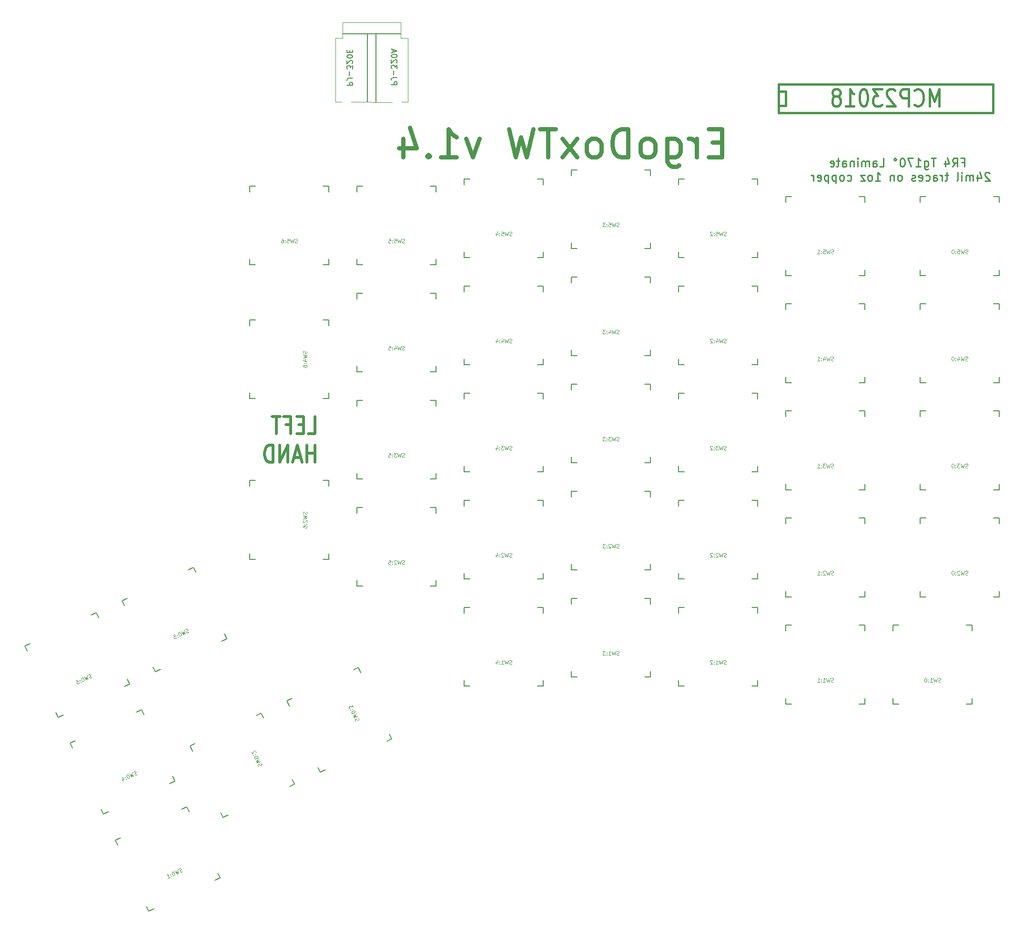
<source format=gbr>
G04 #@! TF.GenerationSoftware,KiCad,Pcbnew,(5.1.4)-1*
G04 #@! TF.CreationDate,2019-10-18T00:21:39+08:00*
G04 #@! TF.ProjectId,ErgoDoxTW,4572676f-446f-4785-9457-2e6b69636164,rev?*
G04 #@! TF.SameCoordinates,PX15feaa0PYb4cd8c0*
G04 #@! TF.FileFunction,Legend,Bot*
G04 #@! TF.FilePolarity,Positive*
%FSLAX46Y46*%
G04 Gerber Fmt 4.6, Leading zero omitted, Abs format (unit mm)*
G04 Created by KiCad (PCBNEW (5.1.4)-1) date 2019-10-18 00:21:39*
%MOMM*%
%LPD*%
G04 APERTURE LIST*
%ADD10C,0.250000*%
%ADD11C,0.750000*%
%ADD12C,0.508000*%
%ADD13C,0.120000*%
%ADD14C,0.150000*%
%ADD15C,0.381000*%
%ADD16C,0.100000*%
%ADD17C,0.457200*%
G04 APERTURE END LIST*
D10*
X168615131Y135894804D02*
X169115131Y135894804D01*
X169115131Y135109090D02*
X169115131Y136609090D01*
X168400845Y136609090D01*
X166972274Y135109090D02*
X167472274Y135823376D01*
X167829417Y135109090D02*
X167829417Y136609090D01*
X167257988Y136609090D01*
X167115131Y136537661D01*
X167043702Y136466233D01*
X166972274Y136323376D01*
X166972274Y136109090D01*
X167043702Y135966233D01*
X167115131Y135894804D01*
X167257988Y135823376D01*
X167829417Y135823376D01*
X165686560Y136109090D02*
X165686560Y135109090D01*
X166043702Y136680519D02*
X166400845Y135609090D01*
X165472274Y135609090D01*
X163972274Y136609090D02*
X163115131Y136609090D01*
X163543702Y135109090D02*
X163543702Y136609090D01*
X161972274Y136109090D02*
X161972274Y134894804D01*
X162043702Y134751947D01*
X162115131Y134680519D01*
X162257988Y134609090D01*
X162472274Y134609090D01*
X162615131Y134680519D01*
X161972274Y135180519D02*
X162115131Y135109090D01*
X162400845Y135109090D01*
X162543702Y135180519D01*
X162615131Y135251947D01*
X162686560Y135394804D01*
X162686560Y135823376D01*
X162615131Y135966233D01*
X162543702Y136037661D01*
X162400845Y136109090D01*
X162115131Y136109090D01*
X161972274Y136037661D01*
X160472274Y135109090D02*
X161329417Y135109090D01*
X160900845Y135109090D02*
X160900845Y136609090D01*
X161043702Y136394804D01*
X161186560Y136251947D01*
X161329417Y136180519D01*
X159972274Y136609090D02*
X158972274Y136609090D01*
X159615131Y135109090D01*
X158115131Y136609090D02*
X157972274Y136609090D01*
X157829417Y136537661D01*
X157757988Y136466233D01*
X157686560Y136323376D01*
X157615131Y136037661D01*
X157615131Y135680519D01*
X157686560Y135394804D01*
X157757988Y135251947D01*
X157829417Y135180519D01*
X157972274Y135109090D01*
X158115131Y135109090D01*
X158257988Y135180519D01*
X158329417Y135251947D01*
X158400845Y135394804D01*
X158472274Y135680519D01*
X158472274Y136037661D01*
X158400845Y136323376D01*
X158329417Y136466233D01*
X158257988Y136537661D01*
X158115131Y136609090D01*
X156757988Y136609090D02*
X156900845Y136537661D01*
X156972274Y136394804D01*
X156900845Y136251947D01*
X156757988Y136180519D01*
X156615131Y136251947D01*
X156543702Y136394804D01*
X156615131Y136537661D01*
X156757988Y136609090D01*
X153972274Y135109090D02*
X154686560Y135109090D01*
X154686560Y136609090D01*
X152829417Y135109090D02*
X152829417Y135894804D01*
X152900845Y136037661D01*
X153043702Y136109090D01*
X153329417Y136109090D01*
X153472274Y136037661D01*
X152829417Y135180519D02*
X152972274Y135109090D01*
X153329417Y135109090D01*
X153472274Y135180519D01*
X153543702Y135323376D01*
X153543702Y135466233D01*
X153472274Y135609090D01*
X153329417Y135680519D01*
X152972274Y135680519D01*
X152829417Y135751947D01*
X152115131Y135109090D02*
X152115131Y136109090D01*
X152115131Y135966233D02*
X152043702Y136037661D01*
X151900845Y136109090D01*
X151686560Y136109090D01*
X151543702Y136037661D01*
X151472274Y135894804D01*
X151472274Y135109090D01*
X151472274Y135894804D02*
X151400845Y136037661D01*
X151257988Y136109090D01*
X151043702Y136109090D01*
X150900845Y136037661D01*
X150829417Y135894804D01*
X150829417Y135109090D01*
X150115131Y135109090D02*
X150115131Y136109090D01*
X150115131Y136609090D02*
X150186560Y136537661D01*
X150115131Y136466233D01*
X150043702Y136537661D01*
X150115131Y136609090D01*
X150115131Y136466233D01*
X149400845Y136109090D02*
X149400845Y135109090D01*
X149400845Y135966233D02*
X149329417Y136037661D01*
X149186560Y136109090D01*
X148972274Y136109090D01*
X148829417Y136037661D01*
X148757988Y135894804D01*
X148757988Y135109090D01*
X147400845Y135109090D02*
X147400845Y135894804D01*
X147472274Y136037661D01*
X147615131Y136109090D01*
X147900845Y136109090D01*
X148043702Y136037661D01*
X147400845Y135180519D02*
X147543702Y135109090D01*
X147900845Y135109090D01*
X148043702Y135180519D01*
X148115131Y135323376D01*
X148115131Y135466233D01*
X148043702Y135609090D01*
X147900845Y135680519D01*
X147543702Y135680519D01*
X147400845Y135751947D01*
X146900845Y136109090D02*
X146329417Y136109090D01*
X146686560Y136609090D02*
X146686560Y135323376D01*
X146615131Y135180519D01*
X146472274Y135109090D01*
X146329417Y135109090D01*
X145257988Y135180519D02*
X145400845Y135109090D01*
X145686560Y135109090D01*
X145829417Y135180519D01*
X145900845Y135323376D01*
X145900845Y135894804D01*
X145829417Y136037661D01*
X145686560Y136109090D01*
X145400845Y136109090D01*
X145257988Y136037661D01*
X145186560Y135894804D01*
X145186560Y135751947D01*
X145900845Y135609090D01*
X173543702Y133966233D02*
X173472274Y134037661D01*
X173329417Y134109090D01*
X172972274Y134109090D01*
X172829417Y134037661D01*
X172757988Y133966233D01*
X172686560Y133823376D01*
X172686560Y133680519D01*
X172757988Y133466233D01*
X173615131Y132609090D01*
X172686560Y132609090D01*
X171400845Y133609090D02*
X171400845Y132609090D01*
X171757988Y134180519D02*
X172115131Y133109090D01*
X171186560Y133109090D01*
X170615131Y132609090D02*
X170615131Y133609090D01*
X170615131Y133466233D02*
X170543702Y133537661D01*
X170400845Y133609090D01*
X170186560Y133609090D01*
X170043702Y133537661D01*
X169972274Y133394804D01*
X169972274Y132609090D01*
X169972274Y133394804D02*
X169900845Y133537661D01*
X169757988Y133609090D01*
X169543702Y133609090D01*
X169400845Y133537661D01*
X169329417Y133394804D01*
X169329417Y132609090D01*
X168615131Y132609090D02*
X168615131Y133609090D01*
X168615131Y134109090D02*
X168686560Y134037661D01*
X168615131Y133966233D01*
X168543702Y134037661D01*
X168615131Y134109090D01*
X168615131Y133966233D01*
X167686560Y132609090D02*
X167829417Y132680519D01*
X167900845Y132823376D01*
X167900845Y134109090D01*
X166186560Y133609090D02*
X165615131Y133609090D01*
X165972274Y134109090D02*
X165972274Y132823376D01*
X165900845Y132680519D01*
X165757988Y132609090D01*
X165615131Y132609090D01*
X165115131Y132609090D02*
X165115131Y133609090D01*
X165115131Y133323376D02*
X165043702Y133466233D01*
X164972274Y133537661D01*
X164829417Y133609090D01*
X164686560Y133609090D01*
X163543702Y132609090D02*
X163543702Y133394804D01*
X163615131Y133537661D01*
X163757988Y133609090D01*
X164043702Y133609090D01*
X164186560Y133537661D01*
X163543702Y132680519D02*
X163686560Y132609090D01*
X164043702Y132609090D01*
X164186560Y132680519D01*
X164257988Y132823376D01*
X164257988Y132966233D01*
X164186560Y133109090D01*
X164043702Y133180519D01*
X163686560Y133180519D01*
X163543702Y133251947D01*
X162186560Y132680519D02*
X162329417Y132609090D01*
X162615131Y132609090D01*
X162757988Y132680519D01*
X162829417Y132751947D01*
X162900845Y132894804D01*
X162900845Y133323376D01*
X162829417Y133466233D01*
X162757988Y133537661D01*
X162615131Y133609090D01*
X162329417Y133609090D01*
X162186560Y133537661D01*
X160972274Y132680519D02*
X161115131Y132609090D01*
X161400845Y132609090D01*
X161543702Y132680519D01*
X161615131Y132823376D01*
X161615131Y133394804D01*
X161543702Y133537661D01*
X161400845Y133609090D01*
X161115131Y133609090D01*
X160972274Y133537661D01*
X160900845Y133394804D01*
X160900845Y133251947D01*
X161615131Y133109090D01*
X160329417Y132680519D02*
X160186560Y132609090D01*
X159900845Y132609090D01*
X159757988Y132680519D01*
X159686560Y132823376D01*
X159686560Y132894804D01*
X159757988Y133037661D01*
X159900845Y133109090D01*
X160115131Y133109090D01*
X160257988Y133180519D01*
X160329417Y133323376D01*
X160329417Y133394804D01*
X160257988Y133537661D01*
X160115131Y133609090D01*
X159900845Y133609090D01*
X159757988Y133537661D01*
X157686560Y132609090D02*
X157829417Y132680519D01*
X157900845Y132751947D01*
X157972274Y132894804D01*
X157972274Y133323376D01*
X157900845Y133466233D01*
X157829417Y133537661D01*
X157686560Y133609090D01*
X157472274Y133609090D01*
X157329417Y133537661D01*
X157257988Y133466233D01*
X157186560Y133323376D01*
X157186560Y132894804D01*
X157257988Y132751947D01*
X157329417Y132680519D01*
X157472274Y132609090D01*
X157686560Y132609090D01*
X156543702Y133609090D02*
X156543702Y132609090D01*
X156543702Y133466233D02*
X156472274Y133537661D01*
X156329417Y133609090D01*
X156115131Y133609090D01*
X155972274Y133537661D01*
X155900845Y133394804D01*
X155900845Y132609090D01*
X153257988Y132609090D02*
X154115131Y132609090D01*
X153686560Y132609090D02*
X153686560Y134109090D01*
X153829417Y133894804D01*
X153972274Y133751947D01*
X154115131Y133680519D01*
X152400845Y132609090D02*
X152543702Y132680519D01*
X152615131Y132751947D01*
X152686560Y132894804D01*
X152686560Y133323376D01*
X152615131Y133466233D01*
X152543702Y133537661D01*
X152400845Y133609090D01*
X152186560Y133609090D01*
X152043702Y133537661D01*
X151972274Y133466233D01*
X151900845Y133323376D01*
X151900845Y132894804D01*
X151972274Y132751947D01*
X152043702Y132680519D01*
X152186560Y132609090D01*
X152400845Y132609090D01*
X151400845Y133609090D02*
X150615131Y133609090D01*
X151400845Y132609090D01*
X150615131Y132609090D01*
X148257988Y132680519D02*
X148400845Y132609090D01*
X148686560Y132609090D01*
X148829417Y132680519D01*
X148900845Y132751947D01*
X148972274Y132894804D01*
X148972274Y133323376D01*
X148900845Y133466233D01*
X148829417Y133537661D01*
X148686560Y133609090D01*
X148400845Y133609090D01*
X148257988Y133537661D01*
X147400845Y132609090D02*
X147543702Y132680519D01*
X147615131Y132751947D01*
X147686560Y132894804D01*
X147686560Y133323376D01*
X147615131Y133466233D01*
X147543702Y133537661D01*
X147400845Y133609090D01*
X147186560Y133609090D01*
X147043702Y133537661D01*
X146972274Y133466233D01*
X146900845Y133323376D01*
X146900845Y132894804D01*
X146972274Y132751947D01*
X147043702Y132680519D01*
X147186560Y132609090D01*
X147400845Y132609090D01*
X146257988Y133609090D02*
X146257988Y132109090D01*
X146257988Y133537661D02*
X146115131Y133609090D01*
X145829417Y133609090D01*
X145686560Y133537661D01*
X145615131Y133466233D01*
X145543702Y133323376D01*
X145543702Y132894804D01*
X145615131Y132751947D01*
X145686560Y132680519D01*
X145829417Y132609090D01*
X146115131Y132609090D01*
X146257988Y132680519D01*
X144900845Y133609090D02*
X144900845Y132109090D01*
X144900845Y133537661D02*
X144757988Y133609090D01*
X144472274Y133609090D01*
X144329417Y133537661D01*
X144257988Y133466233D01*
X144186560Y133323376D01*
X144186560Y132894804D01*
X144257988Y132751947D01*
X144329417Y132680519D01*
X144472274Y132609090D01*
X144757988Y132609090D01*
X144900845Y132680519D01*
X142972274Y132680519D02*
X143115131Y132609090D01*
X143400845Y132609090D01*
X143543702Y132680519D01*
X143615131Y132823376D01*
X143615131Y133394804D01*
X143543702Y133537661D01*
X143400845Y133609090D01*
X143115131Y133609090D01*
X142972274Y133537661D01*
X142900845Y133394804D01*
X142900845Y133251947D01*
X143615131Y133109090D01*
X142257988Y132609090D02*
X142257988Y133609090D01*
X142257988Y133323376D02*
X142186560Y133466233D01*
X142115131Y133537661D01*
X141972274Y133609090D01*
X141829417Y133609090D01*
D11*
X125997358Y139391882D02*
X124330692Y139391882D01*
X123616406Y136772835D02*
X125997358Y136772835D01*
X125997358Y141772835D01*
X123616406Y141772835D01*
X121473549Y136772835D02*
X121473549Y140106168D01*
X121473549Y139153787D02*
X121235454Y139629978D01*
X120997358Y139868073D01*
X120521168Y140106168D01*
X120044978Y140106168D01*
X116235454Y140106168D02*
X116235454Y136058549D01*
X116473549Y135582359D01*
X116711644Y135344263D01*
X117187835Y135106168D01*
X117902120Y135106168D01*
X118378311Y135344263D01*
X116235454Y137010930D02*
X116711644Y136772835D01*
X117664025Y136772835D01*
X118140216Y137010930D01*
X118378311Y137249025D01*
X118616406Y137725216D01*
X118616406Y139153787D01*
X118378311Y139629978D01*
X118140216Y139868073D01*
X117664025Y140106168D01*
X116711644Y140106168D01*
X116235454Y139868073D01*
X113140216Y136772835D02*
X113616406Y137010930D01*
X113854501Y137249025D01*
X114092597Y137725216D01*
X114092597Y139153787D01*
X113854501Y139629978D01*
X113616406Y139868073D01*
X113140216Y140106168D01*
X112425930Y140106168D01*
X111949739Y139868073D01*
X111711644Y139629978D01*
X111473549Y139153787D01*
X111473549Y137725216D01*
X111711644Y137249025D01*
X111949739Y137010930D01*
X112425930Y136772835D01*
X113140216Y136772835D01*
X109330692Y136772835D02*
X109330692Y141772835D01*
X108140216Y141772835D01*
X107425930Y141534739D01*
X106949739Y141058549D01*
X106711644Y140582359D01*
X106473549Y139629978D01*
X106473549Y138915692D01*
X106711644Y137963311D01*
X106949739Y137487120D01*
X107425930Y137010930D01*
X108140216Y136772835D01*
X109330692Y136772835D01*
X103616406Y136772835D02*
X104092597Y137010930D01*
X104330692Y137249025D01*
X104568787Y137725216D01*
X104568787Y139153787D01*
X104330692Y139629978D01*
X104092597Y139868073D01*
X103616406Y140106168D01*
X102902120Y140106168D01*
X102425930Y139868073D01*
X102187835Y139629978D01*
X101949739Y139153787D01*
X101949739Y137725216D01*
X102187835Y137249025D01*
X102425930Y137010930D01*
X102902120Y136772835D01*
X103616406Y136772835D01*
X100283073Y136772835D02*
X97664025Y140106168D01*
X100283073Y140106168D02*
X97664025Y136772835D01*
X96473549Y141772835D02*
X93616406Y141772835D01*
X95044978Y136772835D02*
X95044978Y141772835D01*
X92425930Y141772835D02*
X91235454Y136772835D01*
X90283073Y140344263D01*
X89330692Y136772835D01*
X88140216Y141772835D01*
X82902120Y140106168D02*
X81711644Y136772835D01*
X80521168Y140106168D01*
X75997358Y136772835D02*
X78854501Y136772835D01*
X77425930Y136772835D02*
X77425930Y141772835D01*
X77902120Y141058549D01*
X78378311Y140582359D01*
X78854501Y140344263D01*
X73854501Y137249025D02*
X73616406Y137010930D01*
X73854501Y136772835D01*
X74092597Y137010930D01*
X73854501Y137249025D01*
X73854501Y136772835D01*
X69330692Y140106168D02*
X69330692Y136772835D01*
X70521168Y142010930D02*
X71711644Y138439501D01*
X68616406Y138439501D01*
D12*
X52487792Y87598763D02*
X53697316Y87598763D01*
X53697316Y90646763D01*
X51641125Y89195335D02*
X50794458Y89195335D01*
X50431601Y87598763D02*
X51641125Y87598763D01*
X51641125Y90646763D01*
X50431601Y90646763D01*
X48496363Y89195335D02*
X49343030Y89195335D01*
X49343030Y87598763D02*
X49343030Y90646763D01*
X48133506Y90646763D01*
X47528744Y90646763D02*
X46077316Y90646763D01*
X46803030Y87598763D02*
X46803030Y90646763D01*
X53697316Y82518763D02*
X53697316Y85566763D01*
X53697316Y84115335D02*
X52245887Y84115335D01*
X52245887Y82518763D02*
X52245887Y85566763D01*
X51157316Y83389620D02*
X49947792Y83389620D01*
X51399220Y82518763D02*
X50552554Y85566763D01*
X49705887Y82518763D01*
X48859220Y82518763D02*
X48859220Y85566763D01*
X47407792Y82518763D01*
X47407792Y85566763D01*
X46198268Y82518763D02*
X46198268Y85566763D01*
X45593506Y85566763D01*
X45230649Y85421620D01*
X44988744Y85131335D01*
X44867792Y84841049D01*
X44746839Y84260478D01*
X44746839Y83825049D01*
X44867792Y83244478D01*
X44988744Y82954192D01*
X45230649Y82663906D01*
X45593506Y82518763D01*
X46198268Y82518763D01*
D13*
X57360708Y157983921D02*
X57360708Y146583921D01*
X58560708Y157983921D02*
X57360708Y157983921D01*
X57360708Y146583921D02*
X58413248Y146583921D01*
X60113248Y146583921D02*
X67413248Y146580801D01*
X70160708Y146583921D02*
X69113248Y146583921D01*
X70160708Y157983921D02*
X70160708Y146583921D01*
X68960708Y157983921D02*
X70160708Y157983921D01*
X68960708Y157983921D02*
X68960708Y160783921D01*
X58560708Y160783921D02*
X68960708Y160783921D01*
D14*
X63013248Y158696601D02*
X63013248Y146606201D01*
X58581648Y158696601D02*
X68944848Y158696601D01*
X64513308Y158696601D02*
X64513308Y146606201D01*
D13*
X58560708Y157983921D02*
X58560708Y160783921D01*
D14*
X75166993Y131662065D02*
X75166993Y130662065D01*
X61166993Y130662065D02*
X61166993Y131662065D01*
X61166993Y131662065D02*
X62166993Y131662065D01*
X74166993Y131662065D02*
X75166993Y131662065D01*
X75166993Y117662065D02*
X74166993Y117662065D01*
X75166993Y118662065D02*
X75166993Y117662065D01*
X62166993Y117662065D02*
X61166993Y117662065D01*
X61166993Y117662065D02*
X61166993Y118662065D01*
X22861270Y38531694D02*
X23283888Y37625387D01*
X10595579Y31708731D02*
X10172961Y32615039D01*
X10172961Y32615039D02*
X11079268Y33037657D01*
X21954962Y38109076D02*
X22861270Y38531694D01*
X28777925Y25843385D02*
X27871618Y25420767D01*
X28355307Y26749693D02*
X28777925Y25843385D01*
X16995924Y20349348D02*
X16089616Y19926730D01*
X16089616Y19926730D02*
X15666998Y20833037D01*
X175247006Y129756577D02*
X175247006Y128756577D01*
X161247006Y128756577D02*
X161247006Y129756577D01*
X161247006Y129756577D02*
X162247006Y129756577D01*
X174247006Y129756577D02*
X175247006Y129756577D01*
X175247006Y115756577D02*
X174247006Y115756577D01*
X175247006Y116756577D02*
X175247006Y115756577D01*
X162247006Y115756577D02*
X161247006Y115756577D01*
X161247006Y115756577D02*
X161247006Y116756577D01*
X151367208Y129757638D02*
X151367208Y128757638D01*
X137367208Y128757638D02*
X137367208Y129757638D01*
X137367208Y129757638D02*
X138367208Y129757638D01*
X150367208Y129757638D02*
X151367208Y129757638D01*
X151367208Y115757638D02*
X150367208Y115757638D01*
X151367208Y116757638D02*
X151367208Y115757638D01*
X138367208Y115757638D02*
X137367208Y115757638D01*
X137367208Y115757638D02*
X137367208Y116757638D01*
X132316852Y132934230D02*
X132316852Y131934230D01*
X118316852Y131934230D02*
X118316852Y132934230D01*
X118316852Y132934230D02*
X119316852Y132934230D01*
X131316852Y132934230D02*
X132316852Y132934230D01*
X132316852Y118934230D02*
X131316852Y118934230D01*
X132316852Y119934230D02*
X132316852Y118934230D01*
X119316852Y118934230D02*
X118316852Y118934230D01*
X118316852Y118934230D02*
X118316852Y119934230D01*
X113267661Y134532434D02*
X113267661Y133532434D01*
X99267661Y133532434D02*
X99267661Y134532434D01*
X99267661Y134532434D02*
X100267661Y134532434D01*
X112267661Y134532434D02*
X113267661Y134532434D01*
X113267661Y120532434D02*
X112267661Y120532434D01*
X113267661Y121532434D02*
X113267661Y120532434D01*
X100267661Y120532434D02*
X99267661Y120532434D01*
X99267661Y120532434D02*
X99267661Y121532434D01*
X94217043Y132934590D02*
X94217043Y131934590D01*
X80217043Y131934590D02*
X80217043Y132934590D01*
X80217043Y132934590D02*
X81217043Y132934590D01*
X93217043Y132934590D02*
X94217043Y132934590D01*
X94217043Y118934590D02*
X93217043Y118934590D01*
X94217043Y119934590D02*
X94217043Y118934590D01*
X81217043Y118934590D02*
X80217043Y118934590D01*
X80217043Y118934590D02*
X80217043Y119934590D01*
X56117133Y131662155D02*
X56117133Y130662155D01*
X42117133Y130662155D02*
X42117133Y131662155D01*
X42117133Y131662155D02*
X43117133Y131662155D01*
X55117133Y131662155D02*
X56117133Y131662155D01*
X56117133Y117662155D02*
X55117133Y117662155D01*
X56117133Y118662155D02*
X56117133Y117662155D01*
X43117133Y117662155D02*
X42117133Y117662155D01*
X42117133Y117662155D02*
X42117133Y118662155D01*
X175247371Y110710238D02*
X175247371Y109710238D01*
X161247371Y109710238D02*
X161247371Y110710238D01*
X161247371Y110710238D02*
X162247371Y110710238D01*
X174247371Y110710238D02*
X175247371Y110710238D01*
X175247371Y96710238D02*
X174247371Y96710238D01*
X175247371Y97710238D02*
X175247371Y96710238D01*
X162247371Y96710238D02*
X161247371Y96710238D01*
X161247371Y96710238D02*
X161247371Y97710238D01*
X151367089Y110709968D02*
X151367089Y109709968D01*
X137367089Y109709968D02*
X137367089Y110709968D01*
X137367089Y110709968D02*
X138367089Y110709968D01*
X150367089Y110709968D02*
X151367089Y110709968D01*
X151367089Y96709968D02*
X150367089Y96709968D01*
X151367089Y97709968D02*
X151367089Y96709968D01*
X138367089Y96709968D02*
X137367089Y96709968D01*
X137367089Y96709968D02*
X137367089Y97709968D01*
X132317576Y113884749D02*
X132317576Y112884749D01*
X118317576Y112884749D02*
X118317576Y113884749D01*
X118317576Y113884749D02*
X119317576Y113884749D01*
X131317576Y113884749D02*
X132317576Y113884749D01*
X132317576Y99884749D02*
X131317576Y99884749D01*
X132317576Y100884749D02*
X132317576Y99884749D01*
X119317576Y99884749D02*
X118317576Y99884749D01*
X118317576Y99884749D02*
X118317576Y100884749D01*
X113267480Y115482531D02*
X113267480Y114482531D01*
X99267480Y114482531D02*
X99267480Y115482531D01*
X99267480Y115482531D02*
X100267480Y115482531D01*
X112267480Y115482531D02*
X113267480Y115482531D01*
X113267480Y101482531D02*
X112267480Y101482531D01*
X113267480Y102482531D02*
X113267480Y101482531D01*
X100267480Y101482531D02*
X99267480Y101482531D01*
X99267480Y101482531D02*
X99267480Y102482531D01*
X94216865Y113884686D02*
X94216865Y112884686D01*
X80216865Y112884686D02*
X80216865Y113884686D01*
X80216865Y113884686D02*
X81216865Y113884686D01*
X93216865Y113884686D02*
X94216865Y113884686D01*
X94216865Y99884686D02*
X93216865Y99884686D01*
X94216865Y100884686D02*
X94216865Y99884686D01*
X81216865Y99884686D02*
X80216865Y99884686D01*
X80216865Y99884686D02*
X80216865Y100884686D01*
X75166708Y112614760D02*
X75166708Y111614760D01*
X61166708Y111614760D02*
X61166708Y112614760D01*
X61166708Y112614760D02*
X62166708Y112614760D01*
X74166708Y112614760D02*
X75166708Y112614760D01*
X75166708Y98614760D02*
X74166708Y98614760D01*
X75166708Y99614760D02*
X75166708Y98614760D01*
X62166708Y98614760D02*
X61166708Y98614760D01*
X61166708Y98614760D02*
X61166708Y99614760D01*
X42116848Y107851679D02*
X43116848Y107851679D01*
X43116848Y93851679D02*
X42116848Y93851679D01*
X42116848Y93851679D02*
X42116848Y94851679D01*
X42116848Y106851679D02*
X42116848Y107851679D01*
X56116848Y107851679D02*
X56116848Y106851679D01*
X55116848Y107851679D02*
X56116848Y107851679D01*
X56116848Y94851679D02*
X56116848Y93851679D01*
X56116848Y93851679D02*
X55116848Y93851679D01*
X175247613Y91659427D02*
X175247613Y90659427D01*
X161247613Y90659427D02*
X161247613Y91659427D01*
X161247613Y91659427D02*
X162247613Y91659427D01*
X174247613Y91659427D02*
X175247613Y91659427D01*
X175247613Y77659427D02*
X174247613Y77659427D01*
X175247613Y78659427D02*
X175247613Y77659427D01*
X162247613Y77659427D02*
X161247613Y77659427D01*
X161247613Y77659427D02*
X161247613Y78659427D01*
X151367330Y91659159D02*
X151367330Y90659159D01*
X137367330Y90659159D02*
X137367330Y91659159D01*
X137367330Y91659159D02*
X138367330Y91659159D01*
X150367330Y91659159D02*
X151367330Y91659159D01*
X151367330Y77659159D02*
X150367330Y77659159D01*
X151367330Y78659159D02*
X151367330Y77659159D01*
X138367330Y77659159D02*
X137367330Y77659159D01*
X137367330Y77659159D02*
X137367330Y78659159D01*
X132317398Y94834847D02*
X132317398Y93834847D01*
X118317398Y93834847D02*
X118317398Y94834847D01*
X118317398Y94834847D02*
X119317398Y94834847D01*
X131317398Y94834847D02*
X132317398Y94834847D01*
X132317398Y80834847D02*
X131317398Y80834847D01*
X132317398Y81834847D02*
X132317398Y80834847D01*
X119317398Y80834847D02*
X118317398Y80834847D01*
X118317398Y80834847D02*
X118317398Y81834847D01*
X113267301Y96432627D02*
X113267301Y95432627D01*
X99267301Y95432627D02*
X99267301Y96432627D01*
X99267301Y96432627D02*
X100267301Y96432627D01*
X112267301Y96432627D02*
X113267301Y96432627D01*
X113267301Y82432627D02*
X112267301Y82432627D01*
X113267301Y83432627D02*
X113267301Y82432627D01*
X100267301Y82432627D02*
X99267301Y82432627D01*
X99267301Y82432627D02*
X99267301Y83432627D01*
X94217108Y94833876D02*
X94217108Y93833876D01*
X80217108Y93833876D02*
X80217108Y94833876D01*
X80217108Y94833876D02*
X81217108Y94833876D01*
X93217108Y94833876D02*
X94217108Y94833876D01*
X94217108Y80833876D02*
X93217108Y80833876D01*
X94217108Y81833876D02*
X94217108Y80833876D01*
X81217108Y80833876D02*
X80217108Y80833876D01*
X80217108Y80833876D02*
X80217108Y81833876D01*
X75166949Y93563950D02*
X75166949Y92563950D01*
X61166949Y92563950D02*
X61166949Y93563950D01*
X61166949Y93563950D02*
X62166949Y93563950D01*
X74166949Y93563950D02*
X75166949Y93563950D01*
X75166949Y79563950D02*
X74166949Y79563950D01*
X75166949Y80563950D02*
X75166949Y79563950D01*
X62166949Y79563950D02*
X61166949Y79563950D01*
X61166949Y79563950D02*
X61166949Y80563950D01*
X175247435Y72609525D02*
X175247435Y71609525D01*
X161247435Y71609525D02*
X161247435Y72609525D01*
X161247435Y72609525D02*
X162247435Y72609525D01*
X174247435Y72609525D02*
X175247435Y72609525D01*
X175247435Y58609525D02*
X174247435Y58609525D01*
X175247435Y59609525D02*
X175247435Y58609525D01*
X162247435Y58609525D02*
X161247435Y58609525D01*
X161247435Y58609525D02*
X161247435Y59609525D01*
X151367152Y72609256D02*
X151367152Y71609256D01*
X137367152Y71609256D02*
X137367152Y72609256D01*
X137367152Y72609256D02*
X138367152Y72609256D01*
X150367152Y72609256D02*
X151367152Y72609256D01*
X151367152Y58609256D02*
X150367152Y58609256D01*
X151367152Y59609256D02*
X151367152Y58609256D01*
X138367152Y58609256D02*
X137367152Y58609256D01*
X137367152Y58609256D02*
X137367152Y59609256D01*
X132317640Y75784036D02*
X132317640Y74784036D01*
X118317640Y74784036D02*
X118317640Y75784036D01*
X118317640Y75784036D02*
X119317640Y75784036D01*
X131317640Y75784036D02*
X132317640Y75784036D01*
X132317640Y61784036D02*
X131317640Y61784036D01*
X132317640Y62784036D02*
X132317640Y61784036D01*
X119317640Y61784036D02*
X118317640Y61784036D01*
X118317640Y61784036D02*
X118317640Y62784036D01*
X113267121Y77382724D02*
X113267121Y76382724D01*
X99267121Y76382724D02*
X99267121Y77382724D01*
X99267121Y77382724D02*
X100267121Y77382724D01*
X112267121Y77382724D02*
X113267121Y77382724D01*
X113267121Y63382724D02*
X112267121Y63382724D01*
X113267121Y64382724D02*
X113267121Y63382724D01*
X100267121Y63382724D02*
X99267121Y63382724D01*
X99267121Y63382724D02*
X99267121Y64382724D01*
X94216928Y75783974D02*
X94216928Y74783974D01*
X80216928Y74783974D02*
X80216928Y75783974D01*
X80216928Y75783974D02*
X81216928Y75783974D01*
X93216928Y75783974D02*
X94216928Y75783974D01*
X94216928Y61783974D02*
X93216928Y61783974D01*
X94216928Y62783974D02*
X94216928Y61783974D01*
X81216928Y61783974D02*
X80216928Y61783974D01*
X80216928Y61783974D02*
X80216928Y62783974D01*
X75166771Y74514046D02*
X75166771Y73514046D01*
X61166771Y73514046D02*
X61166771Y74514046D01*
X61166771Y74514046D02*
X62166771Y74514046D01*
X74166771Y74514046D02*
X75166771Y74514046D01*
X75166771Y60514046D02*
X74166771Y60514046D01*
X75166771Y61514046D02*
X75166771Y60514046D01*
X62166771Y60514046D02*
X61166771Y60514046D01*
X61166771Y60514046D02*
X61166771Y61514046D01*
X42117093Y79277615D02*
X43117093Y79277615D01*
X43117093Y65277615D02*
X42117093Y65277615D01*
X42117093Y65277615D02*
X42117093Y66277615D01*
X42117093Y78277615D02*
X42117093Y79277615D01*
X56117093Y79277615D02*
X56117093Y78277615D01*
X55117093Y79277615D02*
X56117093Y79277615D01*
X56117093Y66277615D02*
X56117093Y65277615D01*
X56117093Y65277615D02*
X55117093Y65277615D01*
X170416876Y53559173D02*
X170416876Y52559173D01*
X156416876Y52559173D02*
X156416876Y53559173D01*
X156416876Y53559173D02*
X157416876Y53559173D01*
X169416876Y53559173D02*
X170416876Y53559173D01*
X170416876Y39559173D02*
X169416876Y39559173D01*
X170416876Y40559173D02*
X170416876Y39559173D01*
X157416876Y39559173D02*
X156416876Y39559173D01*
X156416876Y39559173D02*
X156416876Y40559173D01*
X151366973Y53559352D02*
X151366973Y52559352D01*
X137366973Y52559352D02*
X137366973Y53559352D01*
X137366973Y53559352D02*
X138366973Y53559352D01*
X150366973Y53559352D02*
X151366973Y53559352D01*
X151366973Y39559352D02*
X150366973Y39559352D01*
X151366973Y40559352D02*
X151366973Y39559352D01*
X138366973Y39559352D02*
X137366973Y39559352D01*
X137366973Y39559352D02*
X137366973Y40559352D01*
X132317462Y56734132D02*
X132317462Y55734132D01*
X118317462Y55734132D02*
X118317462Y56734132D01*
X118317462Y56734132D02*
X119317462Y56734132D01*
X131317462Y56734132D02*
X132317462Y56734132D01*
X132317462Y42734132D02*
X131317462Y42734132D01*
X132317462Y43734132D02*
X132317462Y42734132D01*
X119317462Y42734132D02*
X118317462Y42734132D01*
X118317462Y42734132D02*
X118317462Y43734132D01*
X113267365Y58331913D02*
X113267365Y57331913D01*
X99267365Y57331913D02*
X99267365Y58331913D01*
X99267365Y58331913D02*
X100267365Y58331913D01*
X112267365Y58331913D02*
X113267365Y58331913D01*
X113267365Y44331913D02*
X112267365Y44331913D01*
X113267365Y45331913D02*
X113267365Y44331913D01*
X100267365Y44331913D02*
X99267365Y44331913D01*
X99267365Y44331913D02*
X99267365Y45331913D01*
X94217654Y56734493D02*
X94217654Y55734493D01*
X80217654Y55734493D02*
X80217654Y56734493D01*
X80217654Y56734493D02*
X81217654Y56734493D01*
X93217654Y56734493D02*
X94217654Y56734493D01*
X94217654Y42734493D02*
X93217654Y42734493D01*
X94217654Y43734493D02*
X94217654Y42734493D01*
X81217654Y42734493D02*
X80217654Y42734493D01*
X80217654Y42734493D02*
X80217654Y43734493D01*
X30913084Y21264759D02*
X31335702Y20358452D01*
X18647393Y14441796D02*
X18224775Y15348104D01*
X18224775Y15348104D02*
X19131082Y15770722D01*
X30006776Y20842141D02*
X30913084Y21264759D01*
X36829739Y8576450D02*
X35923432Y8153832D01*
X36407121Y9482758D02*
X36829739Y8576450D01*
X25047738Y3082413D02*
X24141430Y2659795D01*
X24141430Y2659795D02*
X23718812Y3566102D01*
X31463321Y32031014D02*
X32369628Y32453632D01*
X38286284Y19765323D02*
X37379976Y19342705D01*
X37379976Y19342705D02*
X36957358Y20249012D01*
X31885939Y31124706D02*
X31463321Y32031014D01*
X44151630Y37947669D02*
X44574248Y37041362D01*
X43245322Y37525051D02*
X44151630Y37947669D01*
X49645667Y26165668D02*
X50068285Y25259360D01*
X50068285Y25259360D02*
X49161978Y24836742D01*
X48727366Y40083579D02*
X49633673Y40506197D01*
X55550329Y27817888D02*
X54644021Y27395270D01*
X54644021Y27395270D02*
X54221403Y28301577D01*
X49149984Y39177271D02*
X48727366Y40083579D01*
X61415675Y46000234D02*
X61838293Y45093927D01*
X60509367Y45577616D02*
X61415675Y46000234D01*
X66909712Y34218233D02*
X67332330Y33311925D01*
X67332330Y33311925D02*
X66426023Y32889307D01*
X32076309Y63845879D02*
X32498927Y62939572D01*
X19810618Y57022916D02*
X19388000Y57929224D01*
X19388000Y57929224D02*
X20294307Y58351842D01*
X31170001Y63423261D02*
X32076309Y63845879D01*
X37992964Y51157570D02*
X37086657Y50734952D01*
X37570346Y52063878D02*
X37992964Y51157570D01*
X26210963Y45663533D02*
X25304655Y45240915D01*
X25304655Y45240915D02*
X24882037Y46147222D01*
X14812053Y55795425D02*
X15234671Y54889118D01*
X2546362Y48972462D02*
X2123744Y49878770D01*
X2123744Y49878770D02*
X3030051Y50301388D01*
X13905745Y55372807D02*
X14812053Y55795425D01*
X20728708Y43107116D02*
X19822401Y42684498D01*
X20306090Y44013424D02*
X20728708Y43107116D01*
X8946707Y37613079D02*
X8040399Y37190461D01*
X8040399Y37190461D02*
X7617781Y38096768D01*
D15*
X137367435Y148512610D02*
X136097435Y148512610D01*
X137367435Y145972610D02*
X137367435Y148512610D01*
X136097435Y145972610D02*
X137367435Y145972610D01*
X136097435Y149782610D02*
X136097435Y144702610D01*
X174197435Y149782610D02*
X136097435Y149782610D01*
X174197435Y144702610D02*
X174197435Y149782610D01*
X136097435Y144702610D02*
X174197435Y144702610D01*
D14*
X59360867Y149553744D02*
X60360867Y149553744D01*
X60360867Y149934697D01*
X60313248Y150029935D01*
X60265628Y150077554D01*
X60170390Y150125173D01*
X60027533Y150125173D01*
X59932295Y150077554D01*
X59884676Y150029935D01*
X59837057Y149934697D01*
X59837057Y149553744D01*
X60360867Y150839459D02*
X59646581Y150839459D01*
X59503724Y150791840D01*
X59408486Y150696601D01*
X59360867Y150553744D01*
X59360867Y150458506D01*
X59741819Y151315649D02*
X59741819Y152077554D01*
X60360867Y152458506D02*
X60360867Y153077554D01*
X59979914Y152744221D01*
X59979914Y152887078D01*
X59932295Y152982316D01*
X59884676Y153029935D01*
X59789438Y153077554D01*
X59551343Y153077554D01*
X59456105Y153029935D01*
X59408486Y152982316D01*
X59360867Y152887078D01*
X59360867Y152601363D01*
X59408486Y152506125D01*
X59456105Y152458506D01*
X60265628Y153458506D02*
X60313248Y153506125D01*
X60360867Y153601363D01*
X60360867Y153839459D01*
X60313248Y153934697D01*
X60265628Y153982316D01*
X60170390Y154029935D01*
X60075152Y154029935D01*
X59932295Y153982316D01*
X59360867Y153410887D01*
X59360867Y154029935D01*
X60360867Y154648982D02*
X60360867Y154744221D01*
X60313248Y154839459D01*
X60265628Y154887078D01*
X60170390Y154934697D01*
X59979914Y154982316D01*
X59741819Y154982316D01*
X59551343Y154934697D01*
X59456105Y154887078D01*
X59408486Y154839459D01*
X59360867Y154744221D01*
X59360867Y154648982D01*
X59408486Y154553744D01*
X59456105Y154506125D01*
X59551343Y154458506D01*
X59741819Y154410887D01*
X59979914Y154410887D01*
X60170390Y154458506D01*
X60265628Y154506125D01*
X60313248Y154553744D01*
X60360867Y154648982D01*
X59884676Y155410887D02*
X59884676Y155744221D01*
X59360867Y155887078D02*
X59360867Y155410887D01*
X60360867Y155410887D01*
X60360867Y155887078D01*
X67260867Y149652554D02*
X68260867Y149652554D01*
X68260867Y150033506D01*
X68213248Y150128744D01*
X68165628Y150176363D01*
X68070390Y150223982D01*
X67927533Y150223982D01*
X67832295Y150176363D01*
X67784676Y150128744D01*
X67737057Y150033506D01*
X67737057Y149652554D01*
X68260867Y150938268D02*
X67546581Y150938268D01*
X67403724Y150890649D01*
X67308486Y150795411D01*
X67260867Y150652554D01*
X67260867Y150557316D01*
X67641819Y151414459D02*
X67641819Y152176363D01*
X68260867Y152557316D02*
X68260867Y153176363D01*
X67879914Y152843030D01*
X67879914Y152985887D01*
X67832295Y153081125D01*
X67784676Y153128744D01*
X67689438Y153176363D01*
X67451343Y153176363D01*
X67356105Y153128744D01*
X67308486Y153081125D01*
X67260867Y152985887D01*
X67260867Y152700173D01*
X67308486Y152604935D01*
X67356105Y152557316D01*
X68165628Y153557316D02*
X68213248Y153604935D01*
X68260867Y153700173D01*
X68260867Y153938268D01*
X68213248Y154033506D01*
X68165628Y154081125D01*
X68070390Y154128744D01*
X67975152Y154128744D01*
X67832295Y154081125D01*
X67260867Y153509697D01*
X67260867Y154128744D01*
X68260867Y154747792D02*
X68260867Y154843030D01*
X68213248Y154938268D01*
X68165628Y154985887D01*
X68070390Y155033506D01*
X67879914Y155081125D01*
X67641819Y155081125D01*
X67451343Y155033506D01*
X67356105Y154985887D01*
X67308486Y154938268D01*
X67260867Y154843030D01*
X67260867Y154747792D01*
X67308486Y154652554D01*
X67356105Y154604935D01*
X67451343Y154557316D01*
X67641819Y154509697D01*
X67879914Y154509697D01*
X68070390Y154557316D01*
X68165628Y154604935D01*
X68213248Y154652554D01*
X68260867Y154747792D01*
X67546581Y155462078D02*
X67546581Y155938268D01*
X67260867Y155366840D02*
X68260867Y155700173D01*
X67260867Y156033506D01*
D16*
X69600326Y121584732D02*
X69500326Y121551399D01*
X69333659Y121551399D01*
X69266993Y121584732D01*
X69233659Y121618065D01*
X69200326Y121684732D01*
X69200326Y121751399D01*
X69233659Y121818065D01*
X69266993Y121851399D01*
X69333659Y121884732D01*
X69466993Y121918065D01*
X69533659Y121951399D01*
X69566993Y121984732D01*
X69600326Y122051399D01*
X69600326Y122118065D01*
X69566993Y122184732D01*
X69533659Y122218065D01*
X69466993Y122251399D01*
X69300326Y122251399D01*
X69200326Y122218065D01*
X68966993Y122251399D02*
X68800326Y121551399D01*
X68666993Y122051399D01*
X68533659Y121551399D01*
X68366993Y122251399D01*
X67766993Y122251399D02*
X68100326Y122251399D01*
X68133659Y121918065D01*
X68100326Y121951399D01*
X68033659Y121984732D01*
X67866993Y121984732D01*
X67800326Y121951399D01*
X67766993Y121918065D01*
X67733659Y121851399D01*
X67733659Y121684732D01*
X67766993Y121618065D01*
X67800326Y121584732D01*
X67866993Y121551399D01*
X68033659Y121551399D01*
X68100326Y121584732D01*
X68133659Y121618065D01*
X67433659Y121618065D02*
X67400326Y121584732D01*
X67433659Y121551399D01*
X67466993Y121584732D01*
X67433659Y121618065D01*
X67433659Y121551399D01*
X67433659Y121984732D02*
X67400326Y121951399D01*
X67433659Y121918065D01*
X67466993Y121951399D01*
X67433659Y121984732D01*
X67433659Y121918065D01*
X66766993Y122251399D02*
X67100326Y122251399D01*
X67133659Y121918065D01*
X67100326Y121951399D01*
X67033659Y121984732D01*
X66866993Y121984732D01*
X66800326Y121951399D01*
X66766993Y121918065D01*
X66733659Y121851399D01*
X66733659Y121684732D01*
X66766993Y121618065D01*
X66800326Y121584732D01*
X66866993Y121551399D01*
X67033659Y121551399D01*
X67100326Y121584732D01*
X67133659Y121618065D01*
X22075021Y27045954D02*
X21998477Y26973482D01*
X21847426Y26903046D01*
X21772918Y26905081D01*
X21728620Y26921204D01*
X21670236Y26967538D01*
X21642061Y27027958D01*
X21644097Y27102466D01*
X21660220Y27146763D01*
X21706553Y27205148D01*
X21813307Y27291708D01*
X21859640Y27350092D01*
X21875763Y27394390D01*
X21877799Y27468898D01*
X21849624Y27529318D01*
X21791239Y27575652D01*
X21746942Y27591775D01*
X21672434Y27593810D01*
X21521383Y27523374D01*
X21444839Y27450902D01*
X21219280Y27382501D02*
X21364062Y26677649D01*
X21031911Y27074454D01*
X21122379Y26564951D01*
X20675495Y27128930D01*
X20312972Y26959883D02*
X20252552Y26931708D01*
X20206219Y26873323D01*
X20190096Y26829026D01*
X20188060Y26754518D01*
X20214199Y26619590D01*
X20284635Y26468539D01*
X20371194Y26361785D01*
X20429579Y26315452D01*
X20473877Y26299329D01*
X20548385Y26297293D01*
X20608805Y26325467D01*
X20655138Y26383852D01*
X20671261Y26428150D01*
X20673297Y26502658D01*
X20647158Y26637586D01*
X20576722Y26788637D01*
X20490162Y26895391D01*
X20431778Y26941724D01*
X20387480Y26957847D01*
X20312972Y26959883D01*
X20097266Y26160491D02*
X20081143Y26116194D01*
X20125441Y26100071D01*
X20141564Y26144369D01*
X20097266Y26160491D01*
X20125441Y26100071D01*
X19942306Y26492804D02*
X19926183Y26448507D01*
X19970481Y26432384D01*
X19986604Y26476681D01*
X19942306Y26492804D01*
X19970481Y26432384D01*
X19354224Y26255356D02*
X19551446Y25832413D01*
X19392577Y26567475D02*
X19754938Y26184757D01*
X19362204Y26001623D01*
X169680339Y119679244D02*
X169580339Y119645911D01*
X169413672Y119645911D01*
X169347006Y119679244D01*
X169313672Y119712577D01*
X169280339Y119779244D01*
X169280339Y119845911D01*
X169313672Y119912577D01*
X169347006Y119945911D01*
X169413672Y119979244D01*
X169547006Y120012577D01*
X169613672Y120045911D01*
X169647006Y120079244D01*
X169680339Y120145911D01*
X169680339Y120212577D01*
X169647006Y120279244D01*
X169613672Y120312577D01*
X169547006Y120345911D01*
X169380339Y120345911D01*
X169280339Y120312577D01*
X169047006Y120345911D02*
X168880339Y119645911D01*
X168747006Y120145911D01*
X168613672Y119645911D01*
X168447006Y120345911D01*
X167847006Y120345911D02*
X168180339Y120345911D01*
X168213672Y120012577D01*
X168180339Y120045911D01*
X168113672Y120079244D01*
X167947006Y120079244D01*
X167880339Y120045911D01*
X167847006Y120012577D01*
X167813672Y119945911D01*
X167813672Y119779244D01*
X167847006Y119712577D01*
X167880339Y119679244D01*
X167947006Y119645911D01*
X168113672Y119645911D01*
X168180339Y119679244D01*
X168213672Y119712577D01*
X167513672Y119712577D02*
X167480339Y119679244D01*
X167513672Y119645911D01*
X167547006Y119679244D01*
X167513672Y119712577D01*
X167513672Y119645911D01*
X167513672Y120079244D02*
X167480339Y120045911D01*
X167513672Y120012577D01*
X167547006Y120045911D01*
X167513672Y120079244D01*
X167513672Y120012577D01*
X167047006Y120345911D02*
X166980339Y120345911D01*
X166913672Y120312577D01*
X166880339Y120279244D01*
X166847006Y120212577D01*
X166813672Y120079244D01*
X166813672Y119912577D01*
X166847006Y119779244D01*
X166880339Y119712577D01*
X166913672Y119679244D01*
X166980339Y119645911D01*
X167047006Y119645911D01*
X167113672Y119679244D01*
X167147006Y119712577D01*
X167180339Y119779244D01*
X167213672Y119912577D01*
X167213672Y120079244D01*
X167180339Y120212577D01*
X167147006Y120279244D01*
X167113672Y120312577D01*
X167047006Y120345911D01*
X145800541Y119680305D02*
X145700541Y119646972D01*
X145533874Y119646972D01*
X145467208Y119680305D01*
X145433874Y119713638D01*
X145400541Y119780305D01*
X145400541Y119846972D01*
X145433874Y119913638D01*
X145467208Y119946972D01*
X145533874Y119980305D01*
X145667208Y120013638D01*
X145733874Y120046972D01*
X145767208Y120080305D01*
X145800541Y120146972D01*
X145800541Y120213638D01*
X145767208Y120280305D01*
X145733874Y120313638D01*
X145667208Y120346972D01*
X145500541Y120346972D01*
X145400541Y120313638D01*
X145167208Y120346972D02*
X145000541Y119646972D01*
X144867208Y120146972D01*
X144733874Y119646972D01*
X144567208Y120346972D01*
X143967208Y120346972D02*
X144300541Y120346972D01*
X144333874Y120013638D01*
X144300541Y120046972D01*
X144233874Y120080305D01*
X144067208Y120080305D01*
X144000541Y120046972D01*
X143967208Y120013638D01*
X143933874Y119946972D01*
X143933874Y119780305D01*
X143967208Y119713638D01*
X144000541Y119680305D01*
X144067208Y119646972D01*
X144233874Y119646972D01*
X144300541Y119680305D01*
X144333874Y119713638D01*
X143633874Y119713638D02*
X143600541Y119680305D01*
X143633874Y119646972D01*
X143667208Y119680305D01*
X143633874Y119713638D01*
X143633874Y119646972D01*
X143633874Y120080305D02*
X143600541Y120046972D01*
X143633874Y120013638D01*
X143667208Y120046972D01*
X143633874Y120080305D01*
X143633874Y120013638D01*
X142933874Y119646972D02*
X143333874Y119646972D01*
X143133874Y119646972D02*
X143133874Y120346972D01*
X143200541Y120246972D01*
X143267208Y120180305D01*
X143333874Y120146972D01*
X126750185Y122856897D02*
X126650185Y122823564D01*
X126483518Y122823564D01*
X126416852Y122856897D01*
X126383518Y122890230D01*
X126350185Y122956897D01*
X126350185Y123023564D01*
X126383518Y123090230D01*
X126416852Y123123564D01*
X126483518Y123156897D01*
X126616852Y123190230D01*
X126683518Y123223564D01*
X126716852Y123256897D01*
X126750185Y123323564D01*
X126750185Y123390230D01*
X126716852Y123456897D01*
X126683518Y123490230D01*
X126616852Y123523564D01*
X126450185Y123523564D01*
X126350185Y123490230D01*
X126116852Y123523564D02*
X125950185Y122823564D01*
X125816852Y123323564D01*
X125683518Y122823564D01*
X125516852Y123523564D01*
X124916852Y123523564D02*
X125250185Y123523564D01*
X125283518Y123190230D01*
X125250185Y123223564D01*
X125183518Y123256897D01*
X125016852Y123256897D01*
X124950185Y123223564D01*
X124916852Y123190230D01*
X124883518Y123123564D01*
X124883518Y122956897D01*
X124916852Y122890230D01*
X124950185Y122856897D01*
X125016852Y122823564D01*
X125183518Y122823564D01*
X125250185Y122856897D01*
X125283518Y122890230D01*
X124583518Y122890230D02*
X124550185Y122856897D01*
X124583518Y122823564D01*
X124616852Y122856897D01*
X124583518Y122890230D01*
X124583518Y122823564D01*
X124583518Y123256897D02*
X124550185Y123223564D01*
X124583518Y123190230D01*
X124616852Y123223564D01*
X124583518Y123256897D01*
X124583518Y123190230D01*
X124283518Y123456897D02*
X124250185Y123490230D01*
X124183518Y123523564D01*
X124016852Y123523564D01*
X123950185Y123490230D01*
X123916852Y123456897D01*
X123883518Y123390230D01*
X123883518Y123323564D01*
X123916852Y123223564D01*
X124316852Y122823564D01*
X123883518Y122823564D01*
X107700994Y124455101D02*
X107600994Y124421768D01*
X107434327Y124421768D01*
X107367661Y124455101D01*
X107334327Y124488434D01*
X107300994Y124555101D01*
X107300994Y124621768D01*
X107334327Y124688434D01*
X107367661Y124721768D01*
X107434327Y124755101D01*
X107567661Y124788434D01*
X107634327Y124821768D01*
X107667661Y124855101D01*
X107700994Y124921768D01*
X107700994Y124988434D01*
X107667661Y125055101D01*
X107634327Y125088434D01*
X107567661Y125121768D01*
X107400994Y125121768D01*
X107300994Y125088434D01*
X107067661Y125121768D02*
X106900994Y124421768D01*
X106767661Y124921768D01*
X106634327Y124421768D01*
X106467661Y125121768D01*
X105867661Y125121768D02*
X106200994Y125121768D01*
X106234327Y124788434D01*
X106200994Y124821768D01*
X106134327Y124855101D01*
X105967661Y124855101D01*
X105900994Y124821768D01*
X105867661Y124788434D01*
X105834327Y124721768D01*
X105834327Y124555101D01*
X105867661Y124488434D01*
X105900994Y124455101D01*
X105967661Y124421768D01*
X106134327Y124421768D01*
X106200994Y124455101D01*
X106234327Y124488434D01*
X105534327Y124488434D02*
X105500994Y124455101D01*
X105534327Y124421768D01*
X105567661Y124455101D01*
X105534327Y124488434D01*
X105534327Y124421768D01*
X105534327Y124855101D02*
X105500994Y124821768D01*
X105534327Y124788434D01*
X105567661Y124821768D01*
X105534327Y124855101D01*
X105534327Y124788434D01*
X105267661Y125121768D02*
X104834327Y125121768D01*
X105067661Y124855101D01*
X104967661Y124855101D01*
X104900994Y124821768D01*
X104867661Y124788434D01*
X104834327Y124721768D01*
X104834327Y124555101D01*
X104867661Y124488434D01*
X104900994Y124455101D01*
X104967661Y124421768D01*
X105167661Y124421768D01*
X105234327Y124455101D01*
X105267661Y124488434D01*
X88650376Y122857257D02*
X88550376Y122823924D01*
X88383709Y122823924D01*
X88317043Y122857257D01*
X88283709Y122890590D01*
X88250376Y122957257D01*
X88250376Y123023924D01*
X88283709Y123090590D01*
X88317043Y123123924D01*
X88383709Y123157257D01*
X88517043Y123190590D01*
X88583709Y123223924D01*
X88617043Y123257257D01*
X88650376Y123323924D01*
X88650376Y123390590D01*
X88617043Y123457257D01*
X88583709Y123490590D01*
X88517043Y123523924D01*
X88350376Y123523924D01*
X88250376Y123490590D01*
X88017043Y123523924D02*
X87850376Y122823924D01*
X87717043Y123323924D01*
X87583709Y122823924D01*
X87417043Y123523924D01*
X86817043Y123523924D02*
X87150376Y123523924D01*
X87183709Y123190590D01*
X87150376Y123223924D01*
X87083709Y123257257D01*
X86917043Y123257257D01*
X86850376Y123223924D01*
X86817043Y123190590D01*
X86783709Y123123924D01*
X86783709Y122957257D01*
X86817043Y122890590D01*
X86850376Y122857257D01*
X86917043Y122823924D01*
X87083709Y122823924D01*
X87150376Y122857257D01*
X87183709Y122890590D01*
X86483709Y122890590D02*
X86450376Y122857257D01*
X86483709Y122823924D01*
X86517043Y122857257D01*
X86483709Y122890590D01*
X86483709Y122823924D01*
X86483709Y123257257D02*
X86450376Y123223924D01*
X86483709Y123190590D01*
X86517043Y123223924D01*
X86483709Y123257257D01*
X86483709Y123190590D01*
X85850376Y123290590D02*
X85850376Y122823924D01*
X86017043Y123557257D02*
X86183709Y123057257D01*
X85750376Y123057257D01*
X50550466Y121584822D02*
X50450466Y121551489D01*
X50283799Y121551489D01*
X50217133Y121584822D01*
X50183799Y121618155D01*
X50150466Y121684822D01*
X50150466Y121751489D01*
X50183799Y121818155D01*
X50217133Y121851489D01*
X50283799Y121884822D01*
X50417133Y121918155D01*
X50483799Y121951489D01*
X50517133Y121984822D01*
X50550466Y122051489D01*
X50550466Y122118155D01*
X50517133Y122184822D01*
X50483799Y122218155D01*
X50417133Y122251489D01*
X50250466Y122251489D01*
X50150466Y122218155D01*
X49917133Y122251489D02*
X49750466Y121551489D01*
X49617133Y122051489D01*
X49483799Y121551489D01*
X49317133Y122251489D01*
X48717133Y122251489D02*
X49050466Y122251489D01*
X49083799Y121918155D01*
X49050466Y121951489D01*
X48983799Y121984822D01*
X48817133Y121984822D01*
X48750466Y121951489D01*
X48717133Y121918155D01*
X48683799Y121851489D01*
X48683799Y121684822D01*
X48717133Y121618155D01*
X48750466Y121584822D01*
X48817133Y121551489D01*
X48983799Y121551489D01*
X49050466Y121584822D01*
X49083799Y121618155D01*
X48383799Y121618155D02*
X48350466Y121584822D01*
X48383799Y121551489D01*
X48417133Y121584822D01*
X48383799Y121618155D01*
X48383799Y121551489D01*
X48383799Y121984822D02*
X48350466Y121951489D01*
X48383799Y121918155D01*
X48417133Y121951489D01*
X48383799Y121984822D01*
X48383799Y121918155D01*
X47750466Y122251489D02*
X47883799Y122251489D01*
X47950466Y122218155D01*
X47983799Y122184822D01*
X48050466Y122084822D01*
X48083799Y121951489D01*
X48083799Y121684822D01*
X48050466Y121618155D01*
X48017133Y121584822D01*
X47950466Y121551489D01*
X47817133Y121551489D01*
X47750466Y121584822D01*
X47717133Y121618155D01*
X47683799Y121684822D01*
X47683799Y121851489D01*
X47717133Y121918155D01*
X47750466Y121951489D01*
X47817133Y121984822D01*
X47950466Y121984822D01*
X48017133Y121951489D01*
X48050466Y121918155D01*
X48083799Y121851489D01*
X169680704Y100632905D02*
X169580704Y100599572D01*
X169414037Y100599572D01*
X169347371Y100632905D01*
X169314037Y100666238D01*
X169280704Y100732905D01*
X169280704Y100799572D01*
X169314037Y100866238D01*
X169347371Y100899572D01*
X169414037Y100932905D01*
X169547371Y100966238D01*
X169614037Y100999572D01*
X169647371Y101032905D01*
X169680704Y101099572D01*
X169680704Y101166238D01*
X169647371Y101232905D01*
X169614037Y101266238D01*
X169547371Y101299572D01*
X169380704Y101299572D01*
X169280704Y101266238D01*
X169047371Y101299572D02*
X168880704Y100599572D01*
X168747371Y101099572D01*
X168614037Y100599572D01*
X168447371Y101299572D01*
X167880704Y101066238D02*
X167880704Y100599572D01*
X168047371Y101332905D02*
X168214037Y100832905D01*
X167780704Y100832905D01*
X167514037Y100666238D02*
X167480704Y100632905D01*
X167514037Y100599572D01*
X167547371Y100632905D01*
X167514037Y100666238D01*
X167514037Y100599572D01*
X167514037Y101032905D02*
X167480704Y100999572D01*
X167514037Y100966238D01*
X167547371Y100999572D01*
X167514037Y101032905D01*
X167514037Y100966238D01*
X167047371Y101299572D02*
X166980704Y101299572D01*
X166914037Y101266238D01*
X166880704Y101232905D01*
X166847371Y101166238D01*
X166814037Y101032905D01*
X166814037Y100866238D01*
X166847371Y100732905D01*
X166880704Y100666238D01*
X166914037Y100632905D01*
X166980704Y100599572D01*
X167047371Y100599572D01*
X167114037Y100632905D01*
X167147371Y100666238D01*
X167180704Y100732905D01*
X167214037Y100866238D01*
X167214037Y101032905D01*
X167180704Y101166238D01*
X167147371Y101232905D01*
X167114037Y101266238D01*
X167047371Y101299572D01*
X145800422Y100632635D02*
X145700422Y100599302D01*
X145533755Y100599302D01*
X145467089Y100632635D01*
X145433755Y100665968D01*
X145400422Y100732635D01*
X145400422Y100799302D01*
X145433755Y100865968D01*
X145467089Y100899302D01*
X145533755Y100932635D01*
X145667089Y100965968D01*
X145733755Y100999302D01*
X145767089Y101032635D01*
X145800422Y101099302D01*
X145800422Y101165968D01*
X145767089Y101232635D01*
X145733755Y101265968D01*
X145667089Y101299302D01*
X145500422Y101299302D01*
X145400422Y101265968D01*
X145167089Y101299302D02*
X145000422Y100599302D01*
X144867089Y101099302D01*
X144733755Y100599302D01*
X144567089Y101299302D01*
X144000422Y101065968D02*
X144000422Y100599302D01*
X144167089Y101332635D02*
X144333755Y100832635D01*
X143900422Y100832635D01*
X143633755Y100665968D02*
X143600422Y100632635D01*
X143633755Y100599302D01*
X143667089Y100632635D01*
X143633755Y100665968D01*
X143633755Y100599302D01*
X143633755Y101032635D02*
X143600422Y100999302D01*
X143633755Y100965968D01*
X143667089Y100999302D01*
X143633755Y101032635D01*
X143633755Y100965968D01*
X142933755Y100599302D02*
X143333755Y100599302D01*
X143133755Y100599302D02*
X143133755Y101299302D01*
X143200422Y101199302D01*
X143267089Y101132635D01*
X143333755Y101099302D01*
X126750909Y103807416D02*
X126650909Y103774083D01*
X126484242Y103774083D01*
X126417576Y103807416D01*
X126384242Y103840749D01*
X126350909Y103907416D01*
X126350909Y103974083D01*
X126384242Y104040749D01*
X126417576Y104074083D01*
X126484242Y104107416D01*
X126617576Y104140749D01*
X126684242Y104174083D01*
X126717576Y104207416D01*
X126750909Y104274083D01*
X126750909Y104340749D01*
X126717576Y104407416D01*
X126684242Y104440749D01*
X126617576Y104474083D01*
X126450909Y104474083D01*
X126350909Y104440749D01*
X126117576Y104474083D02*
X125950909Y103774083D01*
X125817576Y104274083D01*
X125684242Y103774083D01*
X125517576Y104474083D01*
X124950909Y104240749D02*
X124950909Y103774083D01*
X125117576Y104507416D02*
X125284242Y104007416D01*
X124850909Y104007416D01*
X124584242Y103840749D02*
X124550909Y103807416D01*
X124584242Y103774083D01*
X124617576Y103807416D01*
X124584242Y103840749D01*
X124584242Y103774083D01*
X124584242Y104207416D02*
X124550909Y104174083D01*
X124584242Y104140749D01*
X124617576Y104174083D01*
X124584242Y104207416D01*
X124584242Y104140749D01*
X124284242Y104407416D02*
X124250909Y104440749D01*
X124184242Y104474083D01*
X124017576Y104474083D01*
X123950909Y104440749D01*
X123917576Y104407416D01*
X123884242Y104340749D01*
X123884242Y104274083D01*
X123917576Y104174083D01*
X124317576Y103774083D01*
X123884242Y103774083D01*
X107700813Y105405198D02*
X107600813Y105371865D01*
X107434146Y105371865D01*
X107367480Y105405198D01*
X107334146Y105438531D01*
X107300813Y105505198D01*
X107300813Y105571865D01*
X107334146Y105638531D01*
X107367480Y105671865D01*
X107434146Y105705198D01*
X107567480Y105738531D01*
X107634146Y105771865D01*
X107667480Y105805198D01*
X107700813Y105871865D01*
X107700813Y105938531D01*
X107667480Y106005198D01*
X107634146Y106038531D01*
X107567480Y106071865D01*
X107400813Y106071865D01*
X107300813Y106038531D01*
X107067480Y106071865D02*
X106900813Y105371865D01*
X106767480Y105871865D01*
X106634146Y105371865D01*
X106467480Y106071865D01*
X105900813Y105838531D02*
X105900813Y105371865D01*
X106067480Y106105198D02*
X106234146Y105605198D01*
X105800813Y105605198D01*
X105534146Y105438531D02*
X105500813Y105405198D01*
X105534146Y105371865D01*
X105567480Y105405198D01*
X105534146Y105438531D01*
X105534146Y105371865D01*
X105534146Y105805198D02*
X105500813Y105771865D01*
X105534146Y105738531D01*
X105567480Y105771865D01*
X105534146Y105805198D01*
X105534146Y105738531D01*
X105267480Y106071865D02*
X104834146Y106071865D01*
X105067480Y105805198D01*
X104967480Y105805198D01*
X104900813Y105771865D01*
X104867480Y105738531D01*
X104834146Y105671865D01*
X104834146Y105505198D01*
X104867480Y105438531D01*
X104900813Y105405198D01*
X104967480Y105371865D01*
X105167480Y105371865D01*
X105234146Y105405198D01*
X105267480Y105438531D01*
X88650198Y103807353D02*
X88550198Y103774020D01*
X88383531Y103774020D01*
X88316865Y103807353D01*
X88283531Y103840686D01*
X88250198Y103907353D01*
X88250198Y103974020D01*
X88283531Y104040686D01*
X88316865Y104074020D01*
X88383531Y104107353D01*
X88516865Y104140686D01*
X88583531Y104174020D01*
X88616865Y104207353D01*
X88650198Y104274020D01*
X88650198Y104340686D01*
X88616865Y104407353D01*
X88583531Y104440686D01*
X88516865Y104474020D01*
X88350198Y104474020D01*
X88250198Y104440686D01*
X88016865Y104474020D02*
X87850198Y103774020D01*
X87716865Y104274020D01*
X87583531Y103774020D01*
X87416865Y104474020D01*
X86850198Y104240686D02*
X86850198Y103774020D01*
X87016865Y104507353D02*
X87183531Y104007353D01*
X86750198Y104007353D01*
X86483531Y103840686D02*
X86450198Y103807353D01*
X86483531Y103774020D01*
X86516865Y103807353D01*
X86483531Y103840686D01*
X86483531Y103774020D01*
X86483531Y104207353D02*
X86450198Y104174020D01*
X86483531Y104140686D01*
X86516865Y104174020D01*
X86483531Y104207353D01*
X86483531Y104140686D01*
X85850198Y104240686D02*
X85850198Y103774020D01*
X86016865Y104507353D02*
X86183531Y104007353D01*
X85750198Y104007353D01*
X69600041Y102537427D02*
X69500041Y102504094D01*
X69333374Y102504094D01*
X69266708Y102537427D01*
X69233374Y102570760D01*
X69200041Y102637427D01*
X69200041Y102704094D01*
X69233374Y102770760D01*
X69266708Y102804094D01*
X69333374Y102837427D01*
X69466708Y102870760D01*
X69533374Y102904094D01*
X69566708Y102937427D01*
X69600041Y103004094D01*
X69600041Y103070760D01*
X69566708Y103137427D01*
X69533374Y103170760D01*
X69466708Y103204094D01*
X69300041Y103204094D01*
X69200041Y103170760D01*
X68966708Y103204094D02*
X68800041Y102504094D01*
X68666708Y103004094D01*
X68533374Y102504094D01*
X68366708Y103204094D01*
X67800041Y102970760D02*
X67800041Y102504094D01*
X67966708Y103237427D02*
X68133374Y102737427D01*
X67700041Y102737427D01*
X67433374Y102570760D02*
X67400041Y102537427D01*
X67433374Y102504094D01*
X67466708Y102537427D01*
X67433374Y102570760D01*
X67433374Y102504094D01*
X67433374Y102937427D02*
X67400041Y102904094D01*
X67433374Y102870760D01*
X67466708Y102904094D01*
X67433374Y102937427D01*
X67433374Y102870760D01*
X66766708Y103204094D02*
X67100041Y103204094D01*
X67133374Y102870760D01*
X67100041Y102904094D01*
X67033374Y102937427D01*
X66866708Y102937427D01*
X66800041Y102904094D01*
X66766708Y102870760D01*
X66733374Y102804094D01*
X66733374Y102637427D01*
X66766708Y102570760D01*
X66800041Y102537427D01*
X66866708Y102504094D01*
X67033374Y102504094D01*
X67100041Y102537427D01*
X67133374Y102570760D01*
X52194181Y102285013D02*
X52227514Y102185013D01*
X52227514Y102018346D01*
X52194181Y101951679D01*
X52160848Y101918346D01*
X52094181Y101885013D01*
X52027514Y101885013D01*
X51960848Y101918346D01*
X51927514Y101951679D01*
X51894181Y102018346D01*
X51860848Y102151679D01*
X51827514Y102218346D01*
X51794181Y102251679D01*
X51727514Y102285013D01*
X51660848Y102285013D01*
X51594181Y102251679D01*
X51560848Y102218346D01*
X51527514Y102151679D01*
X51527514Y101985013D01*
X51560848Y101885013D01*
X51527514Y101651679D02*
X52227514Y101485013D01*
X51727514Y101351679D01*
X52227514Y101218346D01*
X51527514Y101051679D01*
X51760848Y100485013D02*
X52227514Y100485013D01*
X51494181Y100651679D02*
X51994181Y100818346D01*
X51994181Y100385013D01*
X52160848Y100118346D02*
X52194181Y100085013D01*
X52227514Y100118346D01*
X52194181Y100151679D01*
X52160848Y100118346D01*
X52227514Y100118346D01*
X51794181Y100118346D02*
X51827514Y100085013D01*
X51860848Y100118346D01*
X51827514Y100151679D01*
X51794181Y100118346D01*
X51860848Y100118346D01*
X51527514Y99485013D02*
X51527514Y99618346D01*
X51560848Y99685013D01*
X51594181Y99718346D01*
X51694181Y99785013D01*
X51827514Y99818346D01*
X52094181Y99818346D01*
X52160848Y99785013D01*
X52194181Y99751679D01*
X52227514Y99685013D01*
X52227514Y99551679D01*
X52194181Y99485013D01*
X52160848Y99451679D01*
X52094181Y99418346D01*
X51927514Y99418346D01*
X51860848Y99451679D01*
X51827514Y99485013D01*
X51794181Y99551679D01*
X51794181Y99685013D01*
X51827514Y99751679D01*
X51860848Y99785013D01*
X51927514Y99818346D01*
X169680946Y81582094D02*
X169580946Y81548761D01*
X169414279Y81548761D01*
X169347613Y81582094D01*
X169314279Y81615427D01*
X169280946Y81682094D01*
X169280946Y81748761D01*
X169314279Y81815427D01*
X169347613Y81848761D01*
X169414279Y81882094D01*
X169547613Y81915427D01*
X169614279Y81948761D01*
X169647613Y81982094D01*
X169680946Y82048761D01*
X169680946Y82115427D01*
X169647613Y82182094D01*
X169614279Y82215427D01*
X169547613Y82248761D01*
X169380946Y82248761D01*
X169280946Y82215427D01*
X169047613Y82248761D02*
X168880946Y81548761D01*
X168747613Y82048761D01*
X168614279Y81548761D01*
X168447613Y82248761D01*
X168247613Y82248761D02*
X167814279Y82248761D01*
X168047613Y81982094D01*
X167947613Y81982094D01*
X167880946Y81948761D01*
X167847613Y81915427D01*
X167814279Y81848761D01*
X167814279Y81682094D01*
X167847613Y81615427D01*
X167880946Y81582094D01*
X167947613Y81548761D01*
X168147613Y81548761D01*
X168214279Y81582094D01*
X168247613Y81615427D01*
X167514279Y81615427D02*
X167480946Y81582094D01*
X167514279Y81548761D01*
X167547613Y81582094D01*
X167514279Y81615427D01*
X167514279Y81548761D01*
X167514279Y81982094D02*
X167480946Y81948761D01*
X167514279Y81915427D01*
X167547613Y81948761D01*
X167514279Y81982094D01*
X167514279Y81915427D01*
X167047613Y82248761D02*
X166980946Y82248761D01*
X166914279Y82215427D01*
X166880946Y82182094D01*
X166847613Y82115427D01*
X166814279Y81982094D01*
X166814279Y81815427D01*
X166847613Y81682094D01*
X166880946Y81615427D01*
X166914279Y81582094D01*
X166980946Y81548761D01*
X167047613Y81548761D01*
X167114279Y81582094D01*
X167147613Y81615427D01*
X167180946Y81682094D01*
X167214279Y81815427D01*
X167214279Y81982094D01*
X167180946Y82115427D01*
X167147613Y82182094D01*
X167114279Y82215427D01*
X167047613Y82248761D01*
X145800663Y81581826D02*
X145700663Y81548493D01*
X145533996Y81548493D01*
X145467330Y81581826D01*
X145433996Y81615159D01*
X145400663Y81681826D01*
X145400663Y81748493D01*
X145433996Y81815159D01*
X145467330Y81848493D01*
X145533996Y81881826D01*
X145667330Y81915159D01*
X145733996Y81948493D01*
X145767330Y81981826D01*
X145800663Y82048493D01*
X145800663Y82115159D01*
X145767330Y82181826D01*
X145733996Y82215159D01*
X145667330Y82248493D01*
X145500663Y82248493D01*
X145400663Y82215159D01*
X145167330Y82248493D02*
X145000663Y81548493D01*
X144867330Y82048493D01*
X144733996Y81548493D01*
X144567330Y82248493D01*
X144367330Y82248493D02*
X143933996Y82248493D01*
X144167330Y81981826D01*
X144067330Y81981826D01*
X144000663Y81948493D01*
X143967330Y81915159D01*
X143933996Y81848493D01*
X143933996Y81681826D01*
X143967330Y81615159D01*
X144000663Y81581826D01*
X144067330Y81548493D01*
X144267330Y81548493D01*
X144333996Y81581826D01*
X144367330Y81615159D01*
X143633996Y81615159D02*
X143600663Y81581826D01*
X143633996Y81548493D01*
X143667330Y81581826D01*
X143633996Y81615159D01*
X143633996Y81548493D01*
X143633996Y81981826D02*
X143600663Y81948493D01*
X143633996Y81915159D01*
X143667330Y81948493D01*
X143633996Y81981826D01*
X143633996Y81915159D01*
X142933996Y81548493D02*
X143333996Y81548493D01*
X143133996Y81548493D02*
X143133996Y82248493D01*
X143200663Y82148493D01*
X143267330Y82081826D01*
X143333996Y82048493D01*
X126750731Y84757514D02*
X126650731Y84724181D01*
X126484064Y84724181D01*
X126417398Y84757514D01*
X126384064Y84790847D01*
X126350731Y84857514D01*
X126350731Y84924181D01*
X126384064Y84990847D01*
X126417398Y85024181D01*
X126484064Y85057514D01*
X126617398Y85090847D01*
X126684064Y85124181D01*
X126717398Y85157514D01*
X126750731Y85224181D01*
X126750731Y85290847D01*
X126717398Y85357514D01*
X126684064Y85390847D01*
X126617398Y85424181D01*
X126450731Y85424181D01*
X126350731Y85390847D01*
X126117398Y85424181D02*
X125950731Y84724181D01*
X125817398Y85224181D01*
X125684064Y84724181D01*
X125517398Y85424181D01*
X125317398Y85424181D02*
X124884064Y85424181D01*
X125117398Y85157514D01*
X125017398Y85157514D01*
X124950731Y85124181D01*
X124917398Y85090847D01*
X124884064Y85024181D01*
X124884064Y84857514D01*
X124917398Y84790847D01*
X124950731Y84757514D01*
X125017398Y84724181D01*
X125217398Y84724181D01*
X125284064Y84757514D01*
X125317398Y84790847D01*
X124584064Y84790847D02*
X124550731Y84757514D01*
X124584064Y84724181D01*
X124617398Y84757514D01*
X124584064Y84790847D01*
X124584064Y84724181D01*
X124584064Y85157514D02*
X124550731Y85124181D01*
X124584064Y85090847D01*
X124617398Y85124181D01*
X124584064Y85157514D01*
X124584064Y85090847D01*
X124284064Y85357514D02*
X124250731Y85390847D01*
X124184064Y85424181D01*
X124017398Y85424181D01*
X123950731Y85390847D01*
X123917398Y85357514D01*
X123884064Y85290847D01*
X123884064Y85224181D01*
X123917398Y85124181D01*
X124317398Y84724181D01*
X123884064Y84724181D01*
X107700634Y86355294D02*
X107600634Y86321961D01*
X107433967Y86321961D01*
X107367301Y86355294D01*
X107333967Y86388627D01*
X107300634Y86455294D01*
X107300634Y86521961D01*
X107333967Y86588627D01*
X107367301Y86621961D01*
X107433967Y86655294D01*
X107567301Y86688627D01*
X107633967Y86721961D01*
X107667301Y86755294D01*
X107700634Y86821961D01*
X107700634Y86888627D01*
X107667301Y86955294D01*
X107633967Y86988627D01*
X107567301Y87021961D01*
X107400634Y87021961D01*
X107300634Y86988627D01*
X107067301Y87021961D02*
X106900634Y86321961D01*
X106767301Y86821961D01*
X106633967Y86321961D01*
X106467301Y87021961D01*
X106267301Y87021961D02*
X105833967Y87021961D01*
X106067301Y86755294D01*
X105967301Y86755294D01*
X105900634Y86721961D01*
X105867301Y86688627D01*
X105833967Y86621961D01*
X105833967Y86455294D01*
X105867301Y86388627D01*
X105900634Y86355294D01*
X105967301Y86321961D01*
X106167301Y86321961D01*
X106233967Y86355294D01*
X106267301Y86388627D01*
X105533967Y86388627D02*
X105500634Y86355294D01*
X105533967Y86321961D01*
X105567301Y86355294D01*
X105533967Y86388627D01*
X105533967Y86321961D01*
X105533967Y86755294D02*
X105500634Y86721961D01*
X105533967Y86688627D01*
X105567301Y86721961D01*
X105533967Y86755294D01*
X105533967Y86688627D01*
X105267301Y87021961D02*
X104833967Y87021961D01*
X105067301Y86755294D01*
X104967301Y86755294D01*
X104900634Y86721961D01*
X104867301Y86688627D01*
X104833967Y86621961D01*
X104833967Y86455294D01*
X104867301Y86388627D01*
X104900634Y86355294D01*
X104967301Y86321961D01*
X105167301Y86321961D01*
X105233967Y86355294D01*
X105267301Y86388627D01*
X88650441Y84756543D02*
X88550441Y84723210D01*
X88383774Y84723210D01*
X88317108Y84756543D01*
X88283774Y84789876D01*
X88250441Y84856543D01*
X88250441Y84923210D01*
X88283774Y84989876D01*
X88317108Y85023210D01*
X88383774Y85056543D01*
X88517108Y85089876D01*
X88583774Y85123210D01*
X88617108Y85156543D01*
X88650441Y85223210D01*
X88650441Y85289876D01*
X88617108Y85356543D01*
X88583774Y85389876D01*
X88517108Y85423210D01*
X88350441Y85423210D01*
X88250441Y85389876D01*
X88017108Y85423210D02*
X87850441Y84723210D01*
X87717108Y85223210D01*
X87583774Y84723210D01*
X87417108Y85423210D01*
X87217108Y85423210D02*
X86783774Y85423210D01*
X87017108Y85156543D01*
X86917108Y85156543D01*
X86850441Y85123210D01*
X86817108Y85089876D01*
X86783774Y85023210D01*
X86783774Y84856543D01*
X86817108Y84789876D01*
X86850441Y84756543D01*
X86917108Y84723210D01*
X87117108Y84723210D01*
X87183774Y84756543D01*
X87217108Y84789876D01*
X86483774Y84789876D02*
X86450441Y84756543D01*
X86483774Y84723210D01*
X86517108Y84756543D01*
X86483774Y84789876D01*
X86483774Y84723210D01*
X86483774Y85156543D02*
X86450441Y85123210D01*
X86483774Y85089876D01*
X86517108Y85123210D01*
X86483774Y85156543D01*
X86483774Y85089876D01*
X85850441Y85189876D02*
X85850441Y84723210D01*
X86017108Y85456543D02*
X86183774Y84956543D01*
X85750441Y84956543D01*
X69600282Y83486617D02*
X69500282Y83453284D01*
X69333615Y83453284D01*
X69266949Y83486617D01*
X69233615Y83519950D01*
X69200282Y83586617D01*
X69200282Y83653284D01*
X69233615Y83719950D01*
X69266949Y83753284D01*
X69333615Y83786617D01*
X69466949Y83819950D01*
X69533615Y83853284D01*
X69566949Y83886617D01*
X69600282Y83953284D01*
X69600282Y84019950D01*
X69566949Y84086617D01*
X69533615Y84119950D01*
X69466949Y84153284D01*
X69300282Y84153284D01*
X69200282Y84119950D01*
X68966949Y84153284D02*
X68800282Y83453284D01*
X68666949Y83953284D01*
X68533615Y83453284D01*
X68366949Y84153284D01*
X68166949Y84153284D02*
X67733615Y84153284D01*
X67966949Y83886617D01*
X67866949Y83886617D01*
X67800282Y83853284D01*
X67766949Y83819950D01*
X67733615Y83753284D01*
X67733615Y83586617D01*
X67766949Y83519950D01*
X67800282Y83486617D01*
X67866949Y83453284D01*
X68066949Y83453284D01*
X68133615Y83486617D01*
X68166949Y83519950D01*
X67433615Y83519950D02*
X67400282Y83486617D01*
X67433615Y83453284D01*
X67466949Y83486617D01*
X67433615Y83519950D01*
X67433615Y83453284D01*
X67433615Y83886617D02*
X67400282Y83853284D01*
X67433615Y83819950D01*
X67466949Y83853284D01*
X67433615Y83886617D01*
X67433615Y83819950D01*
X66766949Y84153284D02*
X67100282Y84153284D01*
X67133615Y83819950D01*
X67100282Y83853284D01*
X67033615Y83886617D01*
X66866949Y83886617D01*
X66800282Y83853284D01*
X66766949Y83819950D01*
X66733615Y83753284D01*
X66733615Y83586617D01*
X66766949Y83519950D01*
X66800282Y83486617D01*
X66866949Y83453284D01*
X67033615Y83453284D01*
X67100282Y83486617D01*
X67133615Y83519950D01*
X169680768Y62532192D02*
X169580768Y62498859D01*
X169414101Y62498859D01*
X169347435Y62532192D01*
X169314101Y62565525D01*
X169280768Y62632192D01*
X169280768Y62698859D01*
X169314101Y62765525D01*
X169347435Y62798859D01*
X169414101Y62832192D01*
X169547435Y62865525D01*
X169614101Y62898859D01*
X169647435Y62932192D01*
X169680768Y62998859D01*
X169680768Y63065525D01*
X169647435Y63132192D01*
X169614101Y63165525D01*
X169547435Y63198859D01*
X169380768Y63198859D01*
X169280768Y63165525D01*
X169047435Y63198859D02*
X168880768Y62498859D01*
X168747435Y62998859D01*
X168614101Y62498859D01*
X168447435Y63198859D01*
X168214101Y63132192D02*
X168180768Y63165525D01*
X168114101Y63198859D01*
X167947435Y63198859D01*
X167880768Y63165525D01*
X167847435Y63132192D01*
X167814101Y63065525D01*
X167814101Y62998859D01*
X167847435Y62898859D01*
X168247435Y62498859D01*
X167814101Y62498859D01*
X167514101Y62565525D02*
X167480768Y62532192D01*
X167514101Y62498859D01*
X167547435Y62532192D01*
X167514101Y62565525D01*
X167514101Y62498859D01*
X167514101Y62932192D02*
X167480768Y62898859D01*
X167514101Y62865525D01*
X167547435Y62898859D01*
X167514101Y62932192D01*
X167514101Y62865525D01*
X167047435Y63198859D02*
X166980768Y63198859D01*
X166914101Y63165525D01*
X166880768Y63132192D01*
X166847435Y63065525D01*
X166814101Y62932192D01*
X166814101Y62765525D01*
X166847435Y62632192D01*
X166880768Y62565525D01*
X166914101Y62532192D01*
X166980768Y62498859D01*
X167047435Y62498859D01*
X167114101Y62532192D01*
X167147435Y62565525D01*
X167180768Y62632192D01*
X167214101Y62765525D01*
X167214101Y62932192D01*
X167180768Y63065525D01*
X167147435Y63132192D01*
X167114101Y63165525D01*
X167047435Y63198859D01*
X145800485Y62531923D02*
X145700485Y62498590D01*
X145533818Y62498590D01*
X145467152Y62531923D01*
X145433818Y62565256D01*
X145400485Y62631923D01*
X145400485Y62698590D01*
X145433818Y62765256D01*
X145467152Y62798590D01*
X145533818Y62831923D01*
X145667152Y62865256D01*
X145733818Y62898590D01*
X145767152Y62931923D01*
X145800485Y62998590D01*
X145800485Y63065256D01*
X145767152Y63131923D01*
X145733818Y63165256D01*
X145667152Y63198590D01*
X145500485Y63198590D01*
X145400485Y63165256D01*
X145167152Y63198590D02*
X145000485Y62498590D01*
X144867152Y62998590D01*
X144733818Y62498590D01*
X144567152Y63198590D01*
X144333818Y63131923D02*
X144300485Y63165256D01*
X144233818Y63198590D01*
X144067152Y63198590D01*
X144000485Y63165256D01*
X143967152Y63131923D01*
X143933818Y63065256D01*
X143933818Y62998590D01*
X143967152Y62898590D01*
X144367152Y62498590D01*
X143933818Y62498590D01*
X143633818Y62565256D02*
X143600485Y62531923D01*
X143633818Y62498590D01*
X143667152Y62531923D01*
X143633818Y62565256D01*
X143633818Y62498590D01*
X143633818Y62931923D02*
X143600485Y62898590D01*
X143633818Y62865256D01*
X143667152Y62898590D01*
X143633818Y62931923D01*
X143633818Y62865256D01*
X142933818Y62498590D02*
X143333818Y62498590D01*
X143133818Y62498590D02*
X143133818Y63198590D01*
X143200485Y63098590D01*
X143267152Y63031923D01*
X143333818Y62998590D01*
X126750973Y65706703D02*
X126650973Y65673370D01*
X126484306Y65673370D01*
X126417640Y65706703D01*
X126384306Y65740036D01*
X126350973Y65806703D01*
X126350973Y65873370D01*
X126384306Y65940036D01*
X126417640Y65973370D01*
X126484306Y66006703D01*
X126617640Y66040036D01*
X126684306Y66073370D01*
X126717640Y66106703D01*
X126750973Y66173370D01*
X126750973Y66240036D01*
X126717640Y66306703D01*
X126684306Y66340036D01*
X126617640Y66373370D01*
X126450973Y66373370D01*
X126350973Y66340036D01*
X126117640Y66373370D02*
X125950973Y65673370D01*
X125817640Y66173370D01*
X125684306Y65673370D01*
X125517640Y66373370D01*
X125284306Y66306703D02*
X125250973Y66340036D01*
X125184306Y66373370D01*
X125017640Y66373370D01*
X124950973Y66340036D01*
X124917640Y66306703D01*
X124884306Y66240036D01*
X124884306Y66173370D01*
X124917640Y66073370D01*
X125317640Y65673370D01*
X124884306Y65673370D01*
X124584306Y65740036D02*
X124550973Y65706703D01*
X124584306Y65673370D01*
X124617640Y65706703D01*
X124584306Y65740036D01*
X124584306Y65673370D01*
X124584306Y66106703D02*
X124550973Y66073370D01*
X124584306Y66040036D01*
X124617640Y66073370D01*
X124584306Y66106703D01*
X124584306Y66040036D01*
X124284306Y66306703D02*
X124250973Y66340036D01*
X124184306Y66373370D01*
X124017640Y66373370D01*
X123950973Y66340036D01*
X123917640Y66306703D01*
X123884306Y66240036D01*
X123884306Y66173370D01*
X123917640Y66073370D01*
X124317640Y65673370D01*
X123884306Y65673370D01*
X107700454Y67305391D02*
X107600454Y67272058D01*
X107433787Y67272058D01*
X107367121Y67305391D01*
X107333787Y67338724D01*
X107300454Y67405391D01*
X107300454Y67472058D01*
X107333787Y67538724D01*
X107367121Y67572058D01*
X107433787Y67605391D01*
X107567121Y67638724D01*
X107633787Y67672058D01*
X107667121Y67705391D01*
X107700454Y67772058D01*
X107700454Y67838724D01*
X107667121Y67905391D01*
X107633787Y67938724D01*
X107567121Y67972058D01*
X107400454Y67972058D01*
X107300454Y67938724D01*
X107067121Y67972058D02*
X106900454Y67272058D01*
X106767121Y67772058D01*
X106633787Y67272058D01*
X106467121Y67972058D01*
X106233787Y67905391D02*
X106200454Y67938724D01*
X106133787Y67972058D01*
X105967121Y67972058D01*
X105900454Y67938724D01*
X105867121Y67905391D01*
X105833787Y67838724D01*
X105833787Y67772058D01*
X105867121Y67672058D01*
X106267121Y67272058D01*
X105833787Y67272058D01*
X105533787Y67338724D02*
X105500454Y67305391D01*
X105533787Y67272058D01*
X105567121Y67305391D01*
X105533787Y67338724D01*
X105533787Y67272058D01*
X105533787Y67705391D02*
X105500454Y67672058D01*
X105533787Y67638724D01*
X105567121Y67672058D01*
X105533787Y67705391D01*
X105533787Y67638724D01*
X105267121Y67972058D02*
X104833787Y67972058D01*
X105067121Y67705391D01*
X104967121Y67705391D01*
X104900454Y67672058D01*
X104867121Y67638724D01*
X104833787Y67572058D01*
X104833787Y67405391D01*
X104867121Y67338724D01*
X104900454Y67305391D01*
X104967121Y67272058D01*
X105167121Y67272058D01*
X105233787Y67305391D01*
X105267121Y67338724D01*
X88650261Y65706641D02*
X88550261Y65673308D01*
X88383594Y65673308D01*
X88316928Y65706641D01*
X88283594Y65739974D01*
X88250261Y65806641D01*
X88250261Y65873308D01*
X88283594Y65939974D01*
X88316928Y65973308D01*
X88383594Y66006641D01*
X88516928Y66039974D01*
X88583594Y66073308D01*
X88616928Y66106641D01*
X88650261Y66173308D01*
X88650261Y66239974D01*
X88616928Y66306641D01*
X88583594Y66339974D01*
X88516928Y66373308D01*
X88350261Y66373308D01*
X88250261Y66339974D01*
X88016928Y66373308D02*
X87850261Y65673308D01*
X87716928Y66173308D01*
X87583594Y65673308D01*
X87416928Y66373308D01*
X87183594Y66306641D02*
X87150261Y66339974D01*
X87083594Y66373308D01*
X86916928Y66373308D01*
X86850261Y66339974D01*
X86816928Y66306641D01*
X86783594Y66239974D01*
X86783594Y66173308D01*
X86816928Y66073308D01*
X87216928Y65673308D01*
X86783594Y65673308D01*
X86483594Y65739974D02*
X86450261Y65706641D01*
X86483594Y65673308D01*
X86516928Y65706641D01*
X86483594Y65739974D01*
X86483594Y65673308D01*
X86483594Y66106641D02*
X86450261Y66073308D01*
X86483594Y66039974D01*
X86516928Y66073308D01*
X86483594Y66106641D01*
X86483594Y66039974D01*
X85850261Y66139974D02*
X85850261Y65673308D01*
X86016928Y66406641D02*
X86183594Y65906641D01*
X85750261Y65906641D01*
X69600104Y64436713D02*
X69500104Y64403380D01*
X69333437Y64403380D01*
X69266771Y64436713D01*
X69233437Y64470046D01*
X69200104Y64536713D01*
X69200104Y64603380D01*
X69233437Y64670046D01*
X69266771Y64703380D01*
X69333437Y64736713D01*
X69466771Y64770046D01*
X69533437Y64803380D01*
X69566771Y64836713D01*
X69600104Y64903380D01*
X69600104Y64970046D01*
X69566771Y65036713D01*
X69533437Y65070046D01*
X69466771Y65103380D01*
X69300104Y65103380D01*
X69200104Y65070046D01*
X68966771Y65103380D02*
X68800104Y64403380D01*
X68666771Y64903380D01*
X68533437Y64403380D01*
X68366771Y65103380D01*
X68133437Y65036713D02*
X68100104Y65070046D01*
X68033437Y65103380D01*
X67866771Y65103380D01*
X67800104Y65070046D01*
X67766771Y65036713D01*
X67733437Y64970046D01*
X67733437Y64903380D01*
X67766771Y64803380D01*
X68166771Y64403380D01*
X67733437Y64403380D01*
X67433437Y64470046D02*
X67400104Y64436713D01*
X67433437Y64403380D01*
X67466771Y64436713D01*
X67433437Y64470046D01*
X67433437Y64403380D01*
X67433437Y64836713D02*
X67400104Y64803380D01*
X67433437Y64770046D01*
X67466771Y64803380D01*
X67433437Y64836713D01*
X67433437Y64770046D01*
X66766771Y65103380D02*
X67100104Y65103380D01*
X67133437Y64770046D01*
X67100104Y64803380D01*
X67033437Y64836713D01*
X66866771Y64836713D01*
X66800104Y64803380D01*
X66766771Y64770046D01*
X66733437Y64703380D01*
X66733437Y64536713D01*
X66766771Y64470046D01*
X66800104Y64436713D01*
X66866771Y64403380D01*
X67033437Y64403380D01*
X67100104Y64436713D01*
X67133437Y64470046D01*
X52194426Y73710949D02*
X52227759Y73610949D01*
X52227759Y73444282D01*
X52194426Y73377615D01*
X52161093Y73344282D01*
X52094426Y73310949D01*
X52027759Y73310949D01*
X51961093Y73344282D01*
X51927759Y73377615D01*
X51894426Y73444282D01*
X51861093Y73577615D01*
X51827759Y73644282D01*
X51794426Y73677615D01*
X51727759Y73710949D01*
X51661093Y73710949D01*
X51594426Y73677615D01*
X51561093Y73644282D01*
X51527759Y73577615D01*
X51527759Y73410949D01*
X51561093Y73310949D01*
X51527759Y73077615D02*
X52227759Y72910949D01*
X51727759Y72777615D01*
X52227759Y72644282D01*
X51527759Y72477615D01*
X51594426Y72244282D02*
X51561093Y72210949D01*
X51527759Y72144282D01*
X51527759Y71977615D01*
X51561093Y71910949D01*
X51594426Y71877615D01*
X51661093Y71844282D01*
X51727759Y71844282D01*
X51827759Y71877615D01*
X52227759Y72277615D01*
X52227759Y71844282D01*
X52161093Y71544282D02*
X52194426Y71510949D01*
X52227759Y71544282D01*
X52194426Y71577615D01*
X52161093Y71544282D01*
X52227759Y71544282D01*
X51794426Y71544282D02*
X51827759Y71510949D01*
X51861093Y71544282D01*
X51827759Y71577615D01*
X51794426Y71544282D01*
X51861093Y71544282D01*
X51527759Y70910949D02*
X51527759Y71044282D01*
X51561093Y71110949D01*
X51594426Y71144282D01*
X51694426Y71210949D01*
X51827759Y71244282D01*
X52094426Y71244282D01*
X52161093Y71210949D01*
X52194426Y71177615D01*
X52227759Y71110949D01*
X52227759Y70977615D01*
X52194426Y70910949D01*
X52161093Y70877615D01*
X52094426Y70844282D01*
X51927759Y70844282D01*
X51861093Y70877615D01*
X51827759Y70910949D01*
X51794426Y70977615D01*
X51794426Y71110949D01*
X51827759Y71177615D01*
X51861093Y71210949D01*
X51927759Y71244282D01*
X164850209Y43481840D02*
X164750209Y43448507D01*
X164583542Y43448507D01*
X164516876Y43481840D01*
X164483542Y43515173D01*
X164450209Y43581840D01*
X164450209Y43648507D01*
X164483542Y43715173D01*
X164516876Y43748507D01*
X164583542Y43781840D01*
X164716876Y43815173D01*
X164783542Y43848507D01*
X164816876Y43881840D01*
X164850209Y43948507D01*
X164850209Y44015173D01*
X164816876Y44081840D01*
X164783542Y44115173D01*
X164716876Y44148507D01*
X164550209Y44148507D01*
X164450209Y44115173D01*
X164216876Y44148507D02*
X164050209Y43448507D01*
X163916876Y43948507D01*
X163783542Y43448507D01*
X163616876Y44148507D01*
X162983542Y43448507D02*
X163383542Y43448507D01*
X163183542Y43448507D02*
X163183542Y44148507D01*
X163250209Y44048507D01*
X163316876Y43981840D01*
X163383542Y43948507D01*
X162683542Y43515173D02*
X162650209Y43481840D01*
X162683542Y43448507D01*
X162716876Y43481840D01*
X162683542Y43515173D01*
X162683542Y43448507D01*
X162683542Y43881840D02*
X162650209Y43848507D01*
X162683542Y43815173D01*
X162716876Y43848507D01*
X162683542Y43881840D01*
X162683542Y43815173D01*
X162216876Y44148507D02*
X162150209Y44148507D01*
X162083542Y44115173D01*
X162050209Y44081840D01*
X162016876Y44015173D01*
X161983542Y43881840D01*
X161983542Y43715173D01*
X162016876Y43581840D01*
X162050209Y43515173D01*
X162083542Y43481840D01*
X162150209Y43448507D01*
X162216876Y43448507D01*
X162283542Y43481840D01*
X162316876Y43515173D01*
X162350209Y43581840D01*
X162383542Y43715173D01*
X162383542Y43881840D01*
X162350209Y44015173D01*
X162316876Y44081840D01*
X162283542Y44115173D01*
X162216876Y44148507D01*
X145800306Y43482019D02*
X145700306Y43448686D01*
X145533639Y43448686D01*
X145466973Y43482019D01*
X145433639Y43515352D01*
X145400306Y43582019D01*
X145400306Y43648686D01*
X145433639Y43715352D01*
X145466973Y43748686D01*
X145533639Y43782019D01*
X145666973Y43815352D01*
X145733639Y43848686D01*
X145766973Y43882019D01*
X145800306Y43948686D01*
X145800306Y44015352D01*
X145766973Y44082019D01*
X145733639Y44115352D01*
X145666973Y44148686D01*
X145500306Y44148686D01*
X145400306Y44115352D01*
X145166973Y44148686D02*
X145000306Y43448686D01*
X144866973Y43948686D01*
X144733639Y43448686D01*
X144566973Y44148686D01*
X143933639Y43448686D02*
X144333639Y43448686D01*
X144133639Y43448686D02*
X144133639Y44148686D01*
X144200306Y44048686D01*
X144266973Y43982019D01*
X144333639Y43948686D01*
X143633639Y43515352D02*
X143600306Y43482019D01*
X143633639Y43448686D01*
X143666973Y43482019D01*
X143633639Y43515352D01*
X143633639Y43448686D01*
X143633639Y43882019D02*
X143600306Y43848686D01*
X143633639Y43815352D01*
X143666973Y43848686D01*
X143633639Y43882019D01*
X143633639Y43815352D01*
X142933639Y43448686D02*
X143333639Y43448686D01*
X143133639Y43448686D02*
X143133639Y44148686D01*
X143200306Y44048686D01*
X143266973Y43982019D01*
X143333639Y43948686D01*
X126750795Y46656799D02*
X126650795Y46623466D01*
X126484128Y46623466D01*
X126417462Y46656799D01*
X126384128Y46690132D01*
X126350795Y46756799D01*
X126350795Y46823466D01*
X126384128Y46890132D01*
X126417462Y46923466D01*
X126484128Y46956799D01*
X126617462Y46990132D01*
X126684128Y47023466D01*
X126717462Y47056799D01*
X126750795Y47123466D01*
X126750795Y47190132D01*
X126717462Y47256799D01*
X126684128Y47290132D01*
X126617462Y47323466D01*
X126450795Y47323466D01*
X126350795Y47290132D01*
X126117462Y47323466D02*
X125950795Y46623466D01*
X125817462Y47123466D01*
X125684128Y46623466D01*
X125517462Y47323466D01*
X124884128Y46623466D02*
X125284128Y46623466D01*
X125084128Y46623466D02*
X125084128Y47323466D01*
X125150795Y47223466D01*
X125217462Y47156799D01*
X125284128Y47123466D01*
X124584128Y46690132D02*
X124550795Y46656799D01*
X124584128Y46623466D01*
X124617462Y46656799D01*
X124584128Y46690132D01*
X124584128Y46623466D01*
X124584128Y47056799D02*
X124550795Y47023466D01*
X124584128Y46990132D01*
X124617462Y47023466D01*
X124584128Y47056799D01*
X124584128Y46990132D01*
X124284128Y47256799D02*
X124250795Y47290132D01*
X124184128Y47323466D01*
X124017462Y47323466D01*
X123950795Y47290132D01*
X123917462Y47256799D01*
X123884128Y47190132D01*
X123884128Y47123466D01*
X123917462Y47023466D01*
X124317462Y46623466D01*
X123884128Y46623466D01*
X107700698Y48254580D02*
X107600698Y48221247D01*
X107434031Y48221247D01*
X107367365Y48254580D01*
X107334031Y48287913D01*
X107300698Y48354580D01*
X107300698Y48421247D01*
X107334031Y48487913D01*
X107367365Y48521247D01*
X107434031Y48554580D01*
X107567365Y48587913D01*
X107634031Y48621247D01*
X107667365Y48654580D01*
X107700698Y48721247D01*
X107700698Y48787913D01*
X107667365Y48854580D01*
X107634031Y48887913D01*
X107567365Y48921247D01*
X107400698Y48921247D01*
X107300698Y48887913D01*
X107067365Y48921247D02*
X106900698Y48221247D01*
X106767365Y48721247D01*
X106634031Y48221247D01*
X106467365Y48921247D01*
X105834031Y48221247D02*
X106234031Y48221247D01*
X106034031Y48221247D02*
X106034031Y48921247D01*
X106100698Y48821247D01*
X106167365Y48754580D01*
X106234031Y48721247D01*
X105534031Y48287913D02*
X105500698Y48254580D01*
X105534031Y48221247D01*
X105567365Y48254580D01*
X105534031Y48287913D01*
X105534031Y48221247D01*
X105534031Y48654580D02*
X105500698Y48621247D01*
X105534031Y48587913D01*
X105567365Y48621247D01*
X105534031Y48654580D01*
X105534031Y48587913D01*
X105267365Y48921247D02*
X104834031Y48921247D01*
X105067365Y48654580D01*
X104967365Y48654580D01*
X104900698Y48621247D01*
X104867365Y48587913D01*
X104834031Y48521247D01*
X104834031Y48354580D01*
X104867365Y48287913D01*
X104900698Y48254580D01*
X104967365Y48221247D01*
X105167365Y48221247D01*
X105234031Y48254580D01*
X105267365Y48287913D01*
X88650987Y46657160D02*
X88550987Y46623827D01*
X88384320Y46623827D01*
X88317654Y46657160D01*
X88284320Y46690493D01*
X88250987Y46757160D01*
X88250987Y46823827D01*
X88284320Y46890493D01*
X88317654Y46923827D01*
X88384320Y46957160D01*
X88517654Y46990493D01*
X88584320Y47023827D01*
X88617654Y47057160D01*
X88650987Y47123827D01*
X88650987Y47190493D01*
X88617654Y47257160D01*
X88584320Y47290493D01*
X88517654Y47323827D01*
X88350987Y47323827D01*
X88250987Y47290493D01*
X88017654Y47323827D02*
X87850987Y46623827D01*
X87717654Y47123827D01*
X87584320Y46623827D01*
X87417654Y47323827D01*
X86784320Y46623827D02*
X87184320Y46623827D01*
X86984320Y46623827D02*
X86984320Y47323827D01*
X87050987Y47223827D01*
X87117654Y47157160D01*
X87184320Y47123827D01*
X86484320Y46690493D02*
X86450987Y46657160D01*
X86484320Y46623827D01*
X86517654Y46657160D01*
X86484320Y46690493D01*
X86484320Y46623827D01*
X86484320Y47057160D02*
X86450987Y47023827D01*
X86484320Y46990493D01*
X86517654Y47023827D01*
X86484320Y47057160D01*
X86484320Y46990493D01*
X85850987Y47090493D02*
X85850987Y46623827D01*
X86017654Y47357160D02*
X86184320Y46857160D01*
X85750987Y46857160D01*
X30126835Y9779019D02*
X30050291Y9706547D01*
X29899240Y9636111D01*
X29824732Y9638146D01*
X29780434Y9654269D01*
X29722050Y9700603D01*
X29693875Y9761023D01*
X29695911Y9835531D01*
X29712034Y9879828D01*
X29758367Y9938213D01*
X29865121Y10024773D01*
X29911454Y10083157D01*
X29927577Y10127455D01*
X29929613Y10201963D01*
X29901438Y10262383D01*
X29843053Y10308717D01*
X29798756Y10324840D01*
X29724248Y10326875D01*
X29573197Y10256439D01*
X29496653Y10183967D01*
X29271094Y10115566D02*
X29415876Y9410714D01*
X29083725Y9807519D01*
X29174193Y9298016D01*
X28727309Y9861995D01*
X28364786Y9692948D02*
X28304366Y9664773D01*
X28258033Y9606388D01*
X28241910Y9562091D01*
X28239874Y9487583D01*
X28266013Y9352655D01*
X28336449Y9201604D01*
X28423008Y9094850D01*
X28481393Y9048517D01*
X28525691Y9032394D01*
X28600199Y9030358D01*
X28660619Y9058532D01*
X28706952Y9116917D01*
X28723075Y9161215D01*
X28725111Y9235723D01*
X28698972Y9370651D01*
X28628536Y9521702D01*
X28541976Y9628456D01*
X28483592Y9674789D01*
X28439294Y9690912D01*
X28364786Y9692948D01*
X28149080Y8893556D02*
X28132957Y8849259D01*
X28177255Y8833136D01*
X28193378Y8877434D01*
X28149080Y8893556D01*
X28177255Y8833136D01*
X27994120Y9225869D02*
X27977997Y9181572D01*
X28022295Y9165449D01*
X28038418Y9209746D01*
X27994120Y9225869D01*
X28022295Y9165449D01*
X27542839Y8537303D02*
X27905363Y8706350D01*
X27724101Y8621827D02*
X27428268Y9256242D01*
X27530951Y9193786D01*
X27619546Y9161540D01*
X27694053Y9159504D01*
X43646992Y28407199D02*
X43574520Y28483743D01*
X43504084Y28634794D01*
X43506119Y28709302D01*
X43522242Y28753600D01*
X43568576Y28811984D01*
X43628996Y28840159D01*
X43703504Y28838123D01*
X43747801Y28822000D01*
X43806186Y28775667D01*
X43892746Y28668913D01*
X43951130Y28622580D01*
X43995428Y28606457D01*
X44069936Y28604421D01*
X44130356Y28632596D01*
X44176690Y28690981D01*
X44192813Y28735278D01*
X44194848Y28809786D01*
X44124412Y28960837D01*
X44051940Y29037381D01*
X43983539Y29262940D02*
X43278687Y29118158D01*
X43675492Y29450309D01*
X43165989Y29359841D01*
X43729968Y29806725D01*
X43560921Y30169248D02*
X43532746Y30229668D01*
X43474361Y30276001D01*
X43430064Y30292124D01*
X43355556Y30294160D01*
X43220628Y30268021D01*
X43069577Y30197585D01*
X42962823Y30111026D01*
X42916490Y30052641D01*
X42900367Y30008343D01*
X42898331Y29933835D01*
X42926505Y29873415D01*
X42984890Y29827082D01*
X43029188Y29810959D01*
X43103696Y29808923D01*
X43238624Y29835062D01*
X43389675Y29905498D01*
X43496429Y29992058D01*
X43542762Y30050442D01*
X43558885Y30094740D01*
X43560921Y30169248D01*
X42761529Y30384954D02*
X42717232Y30401077D01*
X42701109Y30356779D01*
X42745407Y30340656D01*
X42761529Y30384954D01*
X42701109Y30356779D01*
X43093842Y30539914D02*
X43049545Y30556037D01*
X43033422Y30511739D01*
X43077719Y30495616D01*
X43093842Y30539914D01*
X43033422Y30511739D01*
X43148318Y30896330D02*
X43164441Y30940627D01*
X43166477Y31015135D01*
X43096041Y31166186D01*
X43037656Y31212520D01*
X42993358Y31228643D01*
X42918851Y31230678D01*
X42858430Y31202504D01*
X42781887Y31130032D01*
X42588411Y30598461D01*
X42405276Y30991195D01*
X60911037Y36459764D02*
X60838565Y36536308D01*
X60768129Y36687359D01*
X60770164Y36761867D01*
X60786287Y36806165D01*
X60832621Y36864549D01*
X60893041Y36892724D01*
X60967549Y36890688D01*
X61011846Y36874565D01*
X61070231Y36828232D01*
X61156791Y36721478D01*
X61215175Y36675145D01*
X61259473Y36659022D01*
X61333981Y36656986D01*
X61394401Y36685161D01*
X61440735Y36743546D01*
X61456858Y36787843D01*
X61458893Y36862351D01*
X61388457Y37013402D01*
X61315985Y37089946D01*
X61247584Y37315505D02*
X60542732Y37170723D01*
X60939537Y37502874D01*
X60430034Y37412406D01*
X60994013Y37859290D01*
X60824966Y38221813D02*
X60796791Y38282233D01*
X60738406Y38328566D01*
X60694109Y38344689D01*
X60619601Y38346725D01*
X60484673Y38320586D01*
X60333622Y38250150D01*
X60226868Y38163591D01*
X60180535Y38105206D01*
X60164412Y38060908D01*
X60162376Y37986400D01*
X60190550Y37925980D01*
X60248935Y37879647D01*
X60293233Y37863524D01*
X60367741Y37861488D01*
X60502669Y37887627D01*
X60653720Y37958063D01*
X60760474Y38044623D01*
X60806807Y38103007D01*
X60822930Y38147305D01*
X60824966Y38221813D01*
X60025574Y38437519D02*
X59981277Y38453642D01*
X59965154Y38409344D01*
X60009452Y38393221D01*
X60025574Y38437519D01*
X59965154Y38409344D01*
X60357887Y38592479D02*
X60313590Y38608602D01*
X60297467Y38564304D01*
X60341764Y38548181D01*
X60357887Y38592479D01*
X60297467Y38564304D01*
X60486871Y38946859D02*
X60303737Y39339592D01*
X60160665Y39015422D01*
X60118404Y39106053D01*
X60060019Y39152386D01*
X60015721Y39168509D01*
X59941214Y39170545D01*
X59790162Y39100109D01*
X59743829Y39041724D01*
X59727706Y38997426D01*
X59725670Y38922919D01*
X59810194Y38741657D01*
X59868579Y38695324D01*
X59912876Y38679201D01*
X31290060Y52360139D02*
X31213516Y52287667D01*
X31062465Y52217231D01*
X30987957Y52219266D01*
X30943659Y52235389D01*
X30885275Y52281723D01*
X30857100Y52342143D01*
X30859136Y52416651D01*
X30875259Y52460948D01*
X30921592Y52519333D01*
X31028346Y52605893D01*
X31074679Y52664277D01*
X31090802Y52708575D01*
X31092838Y52783083D01*
X31064663Y52843503D01*
X31006278Y52889837D01*
X30961981Y52905960D01*
X30887473Y52907995D01*
X30736422Y52837559D01*
X30659878Y52765087D01*
X30434319Y52696686D02*
X30579101Y51991834D01*
X30246950Y52388639D01*
X30337418Y51879136D01*
X29890534Y52443115D01*
X29528011Y52274068D02*
X29467591Y52245893D01*
X29421258Y52187508D01*
X29405135Y52143211D01*
X29403099Y52068703D01*
X29429238Y51933775D01*
X29499674Y51782724D01*
X29586233Y51675970D01*
X29644618Y51629637D01*
X29688916Y51613514D01*
X29763424Y51611478D01*
X29823844Y51639652D01*
X29870177Y51698037D01*
X29886300Y51742335D01*
X29888336Y51816843D01*
X29862197Y51951771D01*
X29791761Y52102822D01*
X29705201Y52209576D01*
X29646817Y52255909D01*
X29602519Y52272032D01*
X29528011Y52274068D01*
X29312305Y51474676D02*
X29296182Y51430379D01*
X29340480Y51414256D01*
X29356603Y51458554D01*
X29312305Y51474676D01*
X29340480Y51414256D01*
X29157345Y51806989D02*
X29141222Y51762692D01*
X29185520Y51746569D01*
X29201643Y51790866D01*
X29157345Y51806989D01*
X29185520Y51746569D01*
X28440442Y51766926D02*
X28742545Y51907799D01*
X28913628Y51619783D01*
X28869330Y51635906D01*
X28794822Y51637942D01*
X28643771Y51567506D01*
X28597438Y51509121D01*
X28581315Y51464823D01*
X28579279Y51390316D01*
X28649715Y51239264D01*
X28708100Y51192931D01*
X28752398Y51176808D01*
X28826905Y51174772D01*
X28977957Y51245209D01*
X29024290Y51303593D01*
X29040413Y51347891D01*
X14025804Y44309685D02*
X13949260Y44237213D01*
X13798209Y44166777D01*
X13723701Y44168812D01*
X13679403Y44184935D01*
X13621019Y44231269D01*
X13592844Y44291689D01*
X13594880Y44366197D01*
X13611003Y44410494D01*
X13657336Y44468879D01*
X13764090Y44555439D01*
X13810423Y44613823D01*
X13826546Y44658121D01*
X13828582Y44732629D01*
X13800407Y44793049D01*
X13742022Y44839383D01*
X13697725Y44855506D01*
X13623217Y44857541D01*
X13472166Y44787105D01*
X13395622Y44714633D01*
X13170063Y44646232D02*
X13314845Y43941380D01*
X12982694Y44338185D01*
X13073162Y43828682D01*
X12626278Y44392661D01*
X12263755Y44223614D02*
X12203335Y44195439D01*
X12157002Y44137054D01*
X12140879Y44092757D01*
X12138843Y44018249D01*
X12164982Y43883321D01*
X12235418Y43732270D01*
X12321977Y43625516D01*
X12380362Y43579183D01*
X12424660Y43563060D01*
X12499168Y43561024D01*
X12559588Y43589198D01*
X12605921Y43647583D01*
X12622044Y43691881D01*
X12624080Y43766389D01*
X12597941Y43901317D01*
X12527505Y44052368D01*
X12440945Y44159122D01*
X12382561Y44205455D01*
X12338263Y44221578D01*
X12263755Y44223614D01*
X12048049Y43424222D02*
X12031926Y43379925D01*
X12076224Y43363802D01*
X12092347Y43408100D01*
X12048049Y43424222D01*
X12076224Y43363802D01*
X11893089Y43756535D02*
X11876966Y43712238D01*
X11921264Y43696115D01*
X11937387Y43740412D01*
X11893089Y43756535D01*
X11921264Y43696115D01*
X11206396Y43730559D02*
X11327237Y43786908D01*
X11401745Y43784873D01*
X11446043Y43768750D01*
X11548725Y43706293D01*
X11635284Y43599540D01*
X11747982Y43357858D01*
X11745947Y43283350D01*
X11729824Y43239052D01*
X11683491Y43180667D01*
X11562649Y43124318D01*
X11488142Y43126354D01*
X11443844Y43142477D01*
X11385459Y43188810D01*
X11315023Y43339862D01*
X11317059Y43414369D01*
X11333182Y43458667D01*
X11379515Y43517052D01*
X11500356Y43573401D01*
X11574864Y43571365D01*
X11619161Y43555242D01*
X11677546Y43508909D01*
D17*
X164581720Y145863753D02*
X164581720Y148911753D01*
X163735054Y146734610D01*
X162888387Y148911753D01*
X162888387Y145863753D01*
X160227435Y146154039D02*
X160348387Y146008896D01*
X160711244Y145863753D01*
X160953149Y145863753D01*
X161316006Y146008896D01*
X161557911Y146299182D01*
X161678863Y146589468D01*
X161799815Y147170039D01*
X161799815Y147605468D01*
X161678863Y148186039D01*
X161557911Y148476325D01*
X161316006Y148766610D01*
X160953149Y148911753D01*
X160711244Y148911753D01*
X160348387Y148766610D01*
X160227435Y148621468D01*
X159138863Y145863753D02*
X159138863Y148911753D01*
X158171244Y148911753D01*
X157929339Y148766610D01*
X157808387Y148621468D01*
X157687435Y148331182D01*
X157687435Y147895753D01*
X157808387Y147605468D01*
X157929339Y147460325D01*
X158171244Y147315182D01*
X159138863Y147315182D01*
X156719815Y148621468D02*
X156598863Y148766610D01*
X156356958Y148911753D01*
X155752196Y148911753D01*
X155510292Y148766610D01*
X155389339Y148621468D01*
X155268387Y148331182D01*
X155268387Y148040896D01*
X155389339Y147605468D01*
X156840768Y145863753D01*
X155268387Y145863753D01*
X154421720Y148911753D02*
X152849339Y148911753D01*
X153696006Y147750610D01*
X153333149Y147750610D01*
X153091244Y147605468D01*
X152970292Y147460325D01*
X152849339Y147170039D01*
X152849339Y146444325D01*
X152970292Y146154039D01*
X153091244Y146008896D01*
X153333149Y145863753D01*
X154058863Y145863753D01*
X154300768Y146008896D01*
X154421720Y146154039D01*
X151276958Y148911753D02*
X151035054Y148911753D01*
X150793149Y148766610D01*
X150672196Y148621468D01*
X150551244Y148331182D01*
X150430292Y147750610D01*
X150430292Y147024896D01*
X150551244Y146444325D01*
X150672196Y146154039D01*
X150793149Y146008896D01*
X151035054Y145863753D01*
X151276958Y145863753D01*
X151518863Y146008896D01*
X151639815Y146154039D01*
X151760768Y146444325D01*
X151881720Y147024896D01*
X151881720Y147750610D01*
X151760768Y148331182D01*
X151639815Y148621468D01*
X151518863Y148766610D01*
X151276958Y148911753D01*
X148011244Y145863753D02*
X149462673Y145863753D01*
X148736958Y145863753D02*
X148736958Y148911753D01*
X148978863Y148476325D01*
X149220768Y148186039D01*
X149462673Y148040896D01*
X146559815Y147605468D02*
X146801720Y147750610D01*
X146922673Y147895753D01*
X147043625Y148186039D01*
X147043625Y148331182D01*
X146922673Y148621468D01*
X146801720Y148766610D01*
X146559815Y148911753D01*
X146076006Y148911753D01*
X145834101Y148766610D01*
X145713149Y148621468D01*
X145592196Y148331182D01*
X145592196Y148186039D01*
X145713149Y147895753D01*
X145834101Y147750610D01*
X146076006Y147605468D01*
X146559815Y147605468D01*
X146801720Y147460325D01*
X146922673Y147315182D01*
X147043625Y147024896D01*
X147043625Y146444325D01*
X146922673Y146154039D01*
X146801720Y146008896D01*
X146559815Y145863753D01*
X146076006Y145863753D01*
X145834101Y146008896D01*
X145713149Y146154039D01*
X145592196Y146444325D01*
X145592196Y147024896D01*
X145713149Y147315182D01*
X145834101Y147460325D01*
X146076006Y147605468D01*
M02*

</source>
